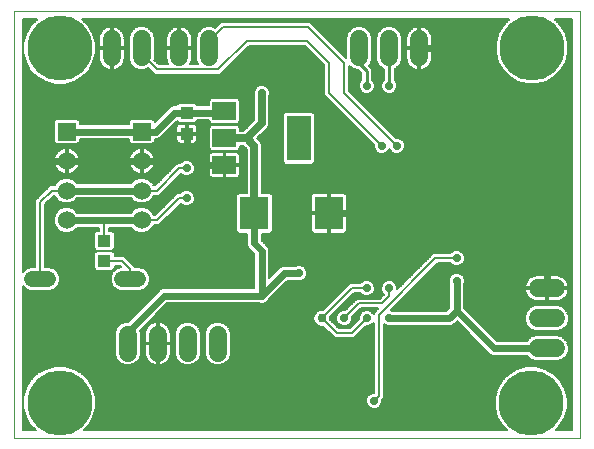
<source format=gbr>
G75*
%MOIN*%
%OFA0B0*%
%FSLAX25Y25*%
%IPPOS*%
%LPD*%
%AMOC8*
5,1,8,0,0,1.08239X$1,22.5*
%
%ADD10C,0.00000*%
%ADD11R,0.07900X0.05900*%
%ADD12R,0.07900X0.15000*%
%ADD13R,0.09449X0.11024*%
%ADD14R,0.04252X0.04134*%
%ADD15C,0.06000*%
%ADD16C,0.05200*%
%ADD17R,0.04331X0.03937*%
%ADD18R,0.06000X0.06000*%
%ADD19C,0.06000*%
%ADD20C,0.02781*%
%ADD21C,0.02400*%
%ADD22C,0.03937*%
%ADD23C,0.03543*%
%ADD24C,0.02000*%
%ADD25C,0.00600*%
%ADD26C,0.02978*%
%ADD27C,0.01000*%
%ADD28C,0.02500*%
%ADD29C,0.00800*%
%ADD30C,0.00787*%
%ADD31C,0.01600*%
%ADD32C,0.21654*%
D10*
X0018800Y0008800D02*
X0018800Y0151261D01*
X0207501Y0151261D01*
X0207501Y0008800D01*
X0018800Y0008800D01*
D11*
X0088900Y0099900D03*
X0088900Y0108900D03*
X0088900Y0117900D03*
D12*
X0113700Y0108800D03*
D13*
X0123702Y0083800D03*
X0098898Y0083800D03*
D14*
X0076300Y0110355D03*
X0076300Y0117245D03*
D15*
X0073800Y0135800D02*
X0073800Y0141800D01*
X0083800Y0141800D02*
X0083800Y0135800D01*
X0061300Y0135800D02*
X0061300Y0141800D01*
X0051300Y0141800D02*
X0051300Y0135800D01*
X0133800Y0135800D02*
X0133800Y0141800D01*
X0143800Y0141800D02*
X0143800Y0135800D01*
X0153800Y0135800D02*
X0153800Y0141800D01*
X0193300Y0058800D02*
X0199300Y0058800D01*
X0199300Y0048800D02*
X0193300Y0048800D01*
X0193300Y0038800D02*
X0199300Y0038800D01*
X0086635Y0037394D02*
X0086635Y0043394D01*
X0076635Y0043394D02*
X0076635Y0037394D01*
X0066635Y0037394D02*
X0066635Y0043394D01*
X0056635Y0043394D02*
X0056635Y0037394D01*
D16*
X0054881Y0061871D02*
X0060081Y0061871D01*
X0030081Y0061871D02*
X0024881Y0061871D01*
D17*
X0048800Y0067954D03*
X0048800Y0074646D03*
D18*
X0036300Y0111064D03*
X0061300Y0111064D03*
D19*
X0061300Y0101221D03*
X0061300Y0091379D03*
X0061300Y0081536D03*
X0036300Y0081536D03*
X0036300Y0091379D03*
X0036300Y0101221D03*
D20*
X0051300Y0126300D03*
X0081300Y0128800D03*
X0101300Y0123800D03*
X0136300Y0126300D03*
X0143800Y0126300D03*
X0141300Y0106300D03*
X0146300Y0106300D03*
X0133800Y0098800D03*
X0146300Y0093800D03*
X0166300Y0068800D03*
X0166300Y0061300D03*
X0143800Y0058800D03*
X0136300Y0058800D03*
X0123800Y0068800D03*
X0113800Y0063800D03*
X0101300Y0056300D03*
X0076300Y0066300D03*
X0076300Y0088800D03*
X0076300Y0098800D03*
X0128800Y0048800D03*
X0136300Y0048800D03*
X0143800Y0048800D03*
X0133800Y0033800D03*
X0138800Y0021300D03*
X0196300Y0068800D03*
D21*
X0196300Y0066300D02*
X0196300Y0058800D01*
X0196300Y0066300D02*
X0168800Y0093800D01*
X0146300Y0093800D01*
X0140050Y0093800D01*
X0130050Y0083800D01*
X0123702Y0083800D01*
X0146300Y0083800D02*
X0103800Y0040050D01*
X0101300Y0056300D02*
X0101300Y0071300D01*
X0098800Y0073800D01*
X0098800Y0083702D01*
X0098898Y0083800D01*
X0088900Y0099900D02*
X0082700Y0099900D01*
X0076300Y0106300D01*
X0071221Y0101221D01*
X0061300Y0101221D01*
X0036300Y0101221D01*
X0028879Y0101221D01*
X0026300Y0103800D01*
X0026300Y0116300D01*
X0028800Y0118800D01*
X0066300Y0118800D01*
X0076300Y0128800D01*
X0081300Y0128800D01*
X0111300Y0128800D01*
X0116300Y0123800D01*
X0146300Y0093800D01*
X0171300Y0118800D01*
X0171300Y0121300D01*
X0171300Y0128800D01*
X0161300Y0138800D01*
X0153800Y0138800D01*
X0088900Y0117900D02*
X0088245Y0117245D01*
X0076300Y0117245D01*
X0072245Y0117245D01*
X0066064Y0111064D01*
X0061300Y0111064D01*
X0036300Y0111064D01*
X0036300Y0091379D02*
X0061300Y0091379D01*
X0061300Y0081536D02*
X0048800Y0081536D01*
X0036300Y0081536D01*
X0068800Y0056300D02*
X0101300Y0056300D01*
X0108800Y0063800D01*
X0113800Y0063800D01*
X0143800Y0048800D02*
X0163800Y0048800D01*
X0166300Y0051300D01*
X0178800Y0038800D01*
X0196300Y0038800D01*
X0166300Y0051300D02*
X0166300Y0061300D01*
X0146300Y0083800D02*
X0146300Y0093800D01*
X0088900Y0099900D02*
X0086755Y0099900D01*
X0076300Y0106300D02*
X0076300Y0110355D01*
X0068800Y0056300D02*
X0056635Y0044135D01*
X0056635Y0040394D01*
D22*
X0116300Y0123800D03*
D23*
X0103800Y0040050D03*
D24*
X0128800Y0033800D01*
X0133800Y0033800D01*
X0133800Y0018800D01*
X0131300Y0016300D01*
D25*
X0136519Y0019776D02*
X0137276Y0019019D01*
X0138265Y0018609D01*
X0139335Y0018609D01*
X0140324Y0019019D01*
X0141081Y0019776D01*
X0141491Y0020765D01*
X0141491Y0021595D01*
X0141970Y0022075D01*
X0141970Y0046825D01*
X0142276Y0046519D01*
X0143265Y0046109D01*
X0144335Y0046109D01*
X0144795Y0046300D01*
X0164297Y0046300D01*
X0165216Y0046681D01*
X0165919Y0047384D01*
X0166300Y0047764D01*
X0176681Y0037384D01*
X0177384Y0036681D01*
X0178303Y0036300D01*
X0189719Y0036300D01*
X0190864Y0035155D01*
X0192445Y0034500D01*
X0200155Y0034500D01*
X0201736Y0035155D01*
X0202945Y0036364D01*
X0203600Y0037945D01*
X0203600Y0039655D01*
X0202945Y0041236D01*
X0201736Y0042445D01*
X0200155Y0043100D01*
X0192445Y0043100D01*
X0190864Y0042445D01*
X0189719Y0041300D01*
X0179836Y0041300D01*
X0168800Y0052336D01*
X0168800Y0060305D01*
X0168991Y0060765D01*
X0168991Y0061835D01*
X0168581Y0062824D01*
X0167824Y0063581D01*
X0166835Y0063991D01*
X0165765Y0063991D01*
X0164776Y0063581D01*
X0164019Y0062824D01*
X0163609Y0061835D01*
X0163609Y0060765D01*
X0163800Y0060305D01*
X0163800Y0052336D01*
X0162764Y0051300D01*
X0144795Y0051300D01*
X0144335Y0051491D01*
X0144299Y0051491D01*
X0159915Y0067106D01*
X0164189Y0067106D01*
X0164776Y0066519D01*
X0165765Y0066109D01*
X0166835Y0066109D01*
X0167824Y0066519D01*
X0168581Y0067276D01*
X0168991Y0068265D01*
X0168991Y0069335D01*
X0168581Y0070324D01*
X0167824Y0071081D01*
X0166835Y0071491D01*
X0165765Y0071491D01*
X0164776Y0071081D01*
X0164189Y0070494D01*
X0158512Y0070494D01*
X0146491Y0058472D01*
X0146491Y0059335D01*
X0146081Y0060324D01*
X0145324Y0061081D01*
X0144335Y0061491D01*
X0143265Y0061491D01*
X0142276Y0061081D01*
X0141519Y0060324D01*
X0141109Y0059335D01*
X0141109Y0058265D01*
X0141519Y0057276D01*
X0142016Y0056779D01*
X0140637Y0055400D01*
X0133137Y0055400D01*
X0132200Y0054463D01*
X0129228Y0051491D01*
X0128265Y0051491D01*
X0127276Y0051081D01*
X0126519Y0050324D01*
X0126109Y0049335D01*
X0126109Y0048265D01*
X0126519Y0047276D01*
X0127276Y0046519D01*
X0128265Y0046109D01*
X0129335Y0046109D01*
X0130324Y0046519D01*
X0131081Y0047276D01*
X0131491Y0048265D01*
X0131491Y0049228D01*
X0134463Y0052200D01*
X0140218Y0052200D01*
X0138583Y0050565D01*
X0138583Y0050320D01*
X0138581Y0050324D01*
X0137824Y0051081D01*
X0136835Y0051491D01*
X0135765Y0051491D01*
X0134776Y0051081D01*
X0134019Y0050324D01*
X0133609Y0049335D01*
X0133609Y0048505D01*
X0130598Y0045494D01*
X0127002Y0045494D01*
X0124089Y0048406D01*
X0124089Y0049194D01*
X0131995Y0057100D01*
X0134195Y0057100D01*
X0134776Y0056519D01*
X0135765Y0056109D01*
X0136835Y0056109D01*
X0137824Y0056519D01*
X0138581Y0057276D01*
X0138991Y0058265D01*
X0138991Y0059335D01*
X0138581Y0060324D01*
X0137824Y0061081D01*
X0136835Y0061491D01*
X0135765Y0061491D01*
X0134776Y0061081D01*
X0134195Y0060500D01*
X0130596Y0060500D01*
X0129600Y0059504D01*
X0129600Y0059495D01*
X0121694Y0051589D01*
X0120745Y0051589D01*
X0119720Y0051164D01*
X0118936Y0050380D01*
X0118511Y0049355D01*
X0118511Y0048245D01*
X0118936Y0047220D01*
X0119720Y0046436D01*
X0120745Y0046011D01*
X0121694Y0046011D01*
X0124606Y0043098D01*
X0125598Y0042106D01*
X0132002Y0042106D01*
X0136005Y0046109D01*
X0136835Y0046109D01*
X0137824Y0046519D01*
X0138581Y0047276D01*
X0138583Y0047280D01*
X0138583Y0023991D01*
X0138265Y0023991D01*
X0137276Y0023581D01*
X0136519Y0022824D01*
X0136109Y0021835D01*
X0136109Y0020765D01*
X0136519Y0019776D01*
X0136707Y0019588D02*
X0046065Y0019588D01*
X0046065Y0019133D02*
X0046065Y0022326D01*
X0045238Y0025410D01*
X0043642Y0028175D01*
X0041384Y0030433D01*
X0038619Y0032029D01*
X0035534Y0032856D01*
X0032341Y0032856D01*
X0029257Y0032029D01*
X0026492Y0030433D01*
X0024234Y0028175D01*
X0022637Y0025410D01*
X0021811Y0022326D01*
X0021811Y0019133D01*
X0022637Y0016048D01*
X0024234Y0013283D01*
X0025917Y0011600D01*
X0021600Y0011600D01*
X0021600Y0059637D01*
X0022672Y0058565D01*
X0024105Y0057971D01*
X0030857Y0057971D01*
X0032290Y0058565D01*
X0033387Y0059662D01*
X0033981Y0061095D01*
X0033981Y0062647D01*
X0033387Y0064080D01*
X0032290Y0065177D01*
X0030857Y0065771D01*
X0029175Y0065771D01*
X0029175Y0086780D01*
X0032080Y0089685D01*
X0032347Y0089685D01*
X0032655Y0088943D01*
X0033864Y0087733D01*
X0035445Y0087079D01*
X0037155Y0087079D01*
X0038736Y0087733D01*
X0039881Y0088879D01*
X0057719Y0088879D01*
X0058864Y0087733D01*
X0060445Y0087079D01*
X0062155Y0087079D01*
X0063736Y0087733D01*
X0064945Y0088943D01*
X0065253Y0089685D01*
X0067080Y0089685D01*
X0074345Y0096950D01*
X0074776Y0096519D01*
X0075765Y0096109D01*
X0076835Y0096109D01*
X0077824Y0096519D01*
X0078581Y0097276D01*
X0078991Y0098265D01*
X0078991Y0099335D01*
X0078581Y0100324D01*
X0077824Y0101081D01*
X0076835Y0101491D01*
X0075765Y0101491D01*
X0074776Y0101081D01*
X0074189Y0100494D01*
X0073098Y0100494D01*
X0072106Y0099502D01*
X0065677Y0093072D01*
X0065253Y0093072D01*
X0064945Y0093814D01*
X0063736Y0095024D01*
X0062155Y0095679D01*
X0060445Y0095679D01*
X0058864Y0095024D01*
X0057719Y0093879D01*
X0039881Y0093879D01*
X0038736Y0095024D01*
X0037155Y0095679D01*
X0035445Y0095679D01*
X0033864Y0095024D01*
X0032655Y0093814D01*
X0032347Y0093072D01*
X0030677Y0093072D01*
X0025787Y0088183D01*
X0025787Y0065771D01*
X0024105Y0065771D01*
X0022672Y0065177D01*
X0021600Y0064105D01*
X0021600Y0148461D01*
X0026449Y0148461D01*
X0024234Y0146246D01*
X0022637Y0143481D01*
X0021811Y0140397D01*
X0021811Y0137203D01*
X0022637Y0134119D01*
X0024234Y0131354D01*
X0026492Y0129096D01*
X0029257Y0127500D01*
X0032341Y0126673D01*
X0035534Y0126673D01*
X0038619Y0127500D01*
X0041384Y0129096D01*
X0043642Y0131354D01*
X0045238Y0134119D01*
X0046065Y0137203D01*
X0046065Y0140397D01*
X0045238Y0143481D01*
X0043642Y0146246D01*
X0041427Y0148461D01*
X0183840Y0148461D01*
X0181714Y0146335D01*
X0180118Y0143569D01*
X0179291Y0140485D01*
X0179291Y0137292D01*
X0180118Y0134208D01*
X0181714Y0131443D01*
X0183972Y0129185D01*
X0186737Y0127588D01*
X0189822Y0126762D01*
X0193015Y0126762D01*
X0196099Y0127588D01*
X0198864Y0129185D01*
X0201122Y0131443D01*
X0202718Y0134208D01*
X0203545Y0137292D01*
X0203545Y0140485D01*
X0202718Y0143569D01*
X0201122Y0146335D01*
X0198996Y0148461D01*
X0204701Y0148461D01*
X0204701Y0011600D01*
X0199281Y0011600D01*
X0200886Y0013204D01*
X0202482Y0015970D01*
X0203309Y0019054D01*
X0203309Y0022247D01*
X0202482Y0025331D01*
X0200886Y0028096D01*
X0198628Y0030354D01*
X0195863Y0031951D01*
X0192778Y0032777D01*
X0189585Y0032777D01*
X0186501Y0031951D01*
X0183736Y0030354D01*
X0181478Y0028096D01*
X0179882Y0025331D01*
X0179055Y0022247D01*
X0179055Y0019054D01*
X0179882Y0015970D01*
X0181478Y0013204D01*
X0183082Y0011600D01*
X0041958Y0011600D01*
X0043642Y0013283D01*
X0045238Y0016048D01*
X0046065Y0019133D01*
X0046026Y0018989D02*
X0137348Y0018989D01*
X0136349Y0020186D02*
X0046065Y0020186D01*
X0046065Y0020785D02*
X0136109Y0020785D01*
X0136109Y0021383D02*
X0046065Y0021383D01*
X0046065Y0021982D02*
X0136170Y0021982D01*
X0136418Y0022580D02*
X0045996Y0022580D01*
X0045836Y0023179D02*
X0136874Y0023179D01*
X0137750Y0023777D02*
X0045676Y0023777D01*
X0045515Y0024376D02*
X0138583Y0024376D01*
X0138583Y0024974D02*
X0045355Y0024974D01*
X0045144Y0025573D02*
X0138583Y0025573D01*
X0138583Y0026171D02*
X0044799Y0026171D01*
X0044453Y0026770D02*
X0138583Y0026770D01*
X0138583Y0027368D02*
X0044107Y0027368D01*
X0043762Y0027967D02*
X0138583Y0027967D01*
X0138583Y0028565D02*
X0043251Y0028565D01*
X0042653Y0029164D02*
X0138583Y0029164D01*
X0138583Y0029762D02*
X0042054Y0029762D01*
X0041456Y0030361D02*
X0138583Y0030361D01*
X0138583Y0030959D02*
X0040472Y0030959D01*
X0039435Y0031558D02*
X0138583Y0031558D01*
X0138583Y0032156D02*
X0038145Y0032156D01*
X0035911Y0032755D02*
X0138583Y0032755D01*
X0138583Y0033353D02*
X0088115Y0033353D01*
X0087490Y0033094D02*
X0085779Y0033094D01*
X0084199Y0033749D01*
X0082989Y0034959D01*
X0082335Y0036539D01*
X0082335Y0044250D01*
X0082989Y0045830D01*
X0084199Y0047040D01*
X0085779Y0047694D01*
X0087490Y0047694D01*
X0089070Y0047040D01*
X0090280Y0045830D01*
X0090935Y0044250D01*
X0090935Y0036539D01*
X0090280Y0034959D01*
X0089070Y0033749D01*
X0087490Y0033094D01*
X0089273Y0033952D02*
X0138583Y0033952D01*
X0138583Y0034550D02*
X0089872Y0034550D01*
X0090359Y0035149D02*
X0138583Y0035149D01*
X0138583Y0035747D02*
X0090607Y0035747D01*
X0090855Y0036346D02*
X0138583Y0036346D01*
X0138583Y0036944D02*
X0090935Y0036944D01*
X0090935Y0037543D02*
X0138583Y0037543D01*
X0138583Y0038141D02*
X0090935Y0038141D01*
X0090935Y0038740D02*
X0138583Y0038740D01*
X0138583Y0039339D02*
X0090935Y0039339D01*
X0090935Y0039937D02*
X0138583Y0039937D01*
X0138583Y0040536D02*
X0090935Y0040536D01*
X0090935Y0041134D02*
X0138583Y0041134D01*
X0138583Y0041733D02*
X0090935Y0041733D01*
X0090935Y0042331D02*
X0125374Y0042331D01*
X0124775Y0042930D02*
X0090935Y0042930D01*
X0090935Y0043528D02*
X0124177Y0043528D01*
X0124606Y0043098D02*
X0124606Y0043098D01*
X0123578Y0044127D02*
X0090935Y0044127D01*
X0090738Y0044725D02*
X0122980Y0044725D01*
X0122381Y0045324D02*
X0090490Y0045324D01*
X0090188Y0045922D02*
X0121783Y0045922D01*
X0119635Y0046521D02*
X0089590Y0046521D01*
X0088879Y0047119D02*
X0119037Y0047119D01*
X0118730Y0047718D02*
X0063753Y0047718D01*
X0064352Y0048316D02*
X0118511Y0048316D01*
X0118511Y0048915D02*
X0064950Y0048915D01*
X0065549Y0049513D02*
X0118577Y0049513D01*
X0118825Y0050112D02*
X0066147Y0050112D01*
X0066746Y0050710D02*
X0119266Y0050710D01*
X0120069Y0051309D02*
X0067344Y0051309D01*
X0067943Y0051907D02*
X0122012Y0051907D01*
X0122611Y0052506D02*
X0068541Y0052506D01*
X0069140Y0053104D02*
X0123209Y0053104D01*
X0123808Y0053703D02*
X0102061Y0053703D01*
X0101835Y0053609D02*
X0102824Y0054019D01*
X0103581Y0054776D01*
X0103771Y0055236D01*
X0109836Y0061300D01*
X0112805Y0061300D01*
X0113265Y0061109D01*
X0114335Y0061109D01*
X0115324Y0061519D01*
X0116081Y0062276D01*
X0116491Y0063265D01*
X0116491Y0064335D01*
X0116081Y0065324D01*
X0115324Y0066081D01*
X0114335Y0066491D01*
X0113265Y0066491D01*
X0112805Y0066300D01*
X0108303Y0066300D01*
X0107384Y0065919D01*
X0103800Y0062336D01*
X0103800Y0071797D01*
X0103419Y0072716D01*
X0101300Y0074836D01*
X0101300Y0076988D01*
X0104161Y0076988D01*
X0104923Y0077750D01*
X0104923Y0089850D01*
X0104161Y0090612D01*
X0101448Y0090612D01*
X0101448Y0106709D01*
X0101060Y0107646D01*
X0099906Y0108800D01*
X0102744Y0111638D01*
X0103462Y0112356D01*
X0103850Y0113293D01*
X0103850Y0122925D01*
X0103991Y0123265D01*
X0103991Y0124335D01*
X0103581Y0125324D01*
X0102824Y0126081D01*
X0101835Y0126491D01*
X0100765Y0126491D01*
X0099776Y0126081D01*
X0099019Y0125324D01*
X0098609Y0124335D01*
X0098609Y0123265D01*
X0098750Y0122925D01*
X0098750Y0114856D01*
X0095244Y0111350D01*
X0094150Y0111350D01*
X0094150Y0112388D01*
X0093388Y0113150D01*
X0084412Y0113150D01*
X0083650Y0112388D01*
X0083650Y0105412D01*
X0084412Y0104650D01*
X0093388Y0104650D01*
X0094150Y0105412D01*
X0094150Y0106250D01*
X0095244Y0106250D01*
X0096348Y0105145D01*
X0096348Y0090612D01*
X0093636Y0090612D01*
X0092874Y0089850D01*
X0092874Y0077750D01*
X0093636Y0076988D01*
X0096300Y0076988D01*
X0096300Y0073303D01*
X0096681Y0072384D01*
X0097384Y0071681D01*
X0098800Y0070264D01*
X0098800Y0058800D01*
X0068303Y0058800D01*
X0067384Y0058419D01*
X0066681Y0057716D01*
X0056659Y0047694D01*
X0055779Y0047694D01*
X0054199Y0047040D01*
X0052989Y0045830D01*
X0052335Y0044250D01*
X0052335Y0036539D01*
X0052989Y0034959D01*
X0054199Y0033749D01*
X0055779Y0033094D01*
X0057490Y0033094D01*
X0059070Y0033749D01*
X0060280Y0034959D01*
X0060935Y0036539D01*
X0060935Y0044250D01*
X0060744Y0044709D01*
X0069836Y0053800D01*
X0100305Y0053800D01*
X0100765Y0053609D01*
X0101835Y0053609D01*
X0100539Y0053703D02*
X0069738Y0053703D01*
X0065660Y0056695D02*
X0021600Y0056695D01*
X0021600Y0056097D02*
X0065061Y0056097D01*
X0064463Y0055498D02*
X0021600Y0055498D01*
X0021600Y0054900D02*
X0063864Y0054900D01*
X0063266Y0054301D02*
X0021600Y0054301D01*
X0021600Y0053703D02*
X0062667Y0053703D01*
X0062069Y0053104D02*
X0021600Y0053104D01*
X0021600Y0052506D02*
X0061470Y0052506D01*
X0060872Y0051907D02*
X0021600Y0051907D01*
X0021600Y0051309D02*
X0060273Y0051309D01*
X0059675Y0050710D02*
X0021600Y0050710D01*
X0021600Y0050112D02*
X0059076Y0050112D01*
X0058478Y0049513D02*
X0021600Y0049513D01*
X0021600Y0048915D02*
X0057879Y0048915D01*
X0057281Y0048316D02*
X0021600Y0048316D01*
X0021600Y0047718D02*
X0056682Y0047718D01*
X0054390Y0047119D02*
X0021600Y0047119D01*
X0021600Y0046521D02*
X0053680Y0046521D01*
X0053081Y0045922D02*
X0021600Y0045922D01*
X0021600Y0045324D02*
X0052779Y0045324D01*
X0052532Y0044725D02*
X0021600Y0044725D01*
X0021600Y0044127D02*
X0052335Y0044127D01*
X0052335Y0043528D02*
X0021600Y0043528D01*
X0021600Y0042930D02*
X0052335Y0042930D01*
X0052335Y0042331D02*
X0021600Y0042331D01*
X0021600Y0041733D02*
X0052335Y0041733D01*
X0052335Y0041134D02*
X0021600Y0041134D01*
X0021600Y0040536D02*
X0052335Y0040536D01*
X0052335Y0039937D02*
X0021600Y0039937D01*
X0021600Y0039339D02*
X0052335Y0039339D01*
X0052335Y0038740D02*
X0021600Y0038740D01*
X0021600Y0038141D02*
X0052335Y0038141D01*
X0052335Y0037543D02*
X0021600Y0037543D01*
X0021600Y0036944D02*
X0052335Y0036944D01*
X0052415Y0036346D02*
X0021600Y0036346D01*
X0021600Y0035747D02*
X0052663Y0035747D01*
X0052910Y0035149D02*
X0021600Y0035149D01*
X0021600Y0034550D02*
X0053398Y0034550D01*
X0053996Y0033952D02*
X0021600Y0033952D01*
X0021600Y0033353D02*
X0055154Y0033353D01*
X0058115Y0033353D02*
X0065157Y0033353D01*
X0064984Y0033410D02*
X0065628Y0033200D01*
X0066296Y0033094D01*
X0066335Y0033094D01*
X0066335Y0040094D01*
X0066935Y0040094D01*
X0066935Y0033094D01*
X0066973Y0033094D01*
X0067642Y0033200D01*
X0068285Y0033410D01*
X0068888Y0033717D01*
X0069436Y0034115D01*
X0069914Y0034593D01*
X0070312Y0035141D01*
X0070620Y0035744D01*
X0070829Y0036388D01*
X0070935Y0037056D01*
X0070935Y0040094D01*
X0066935Y0040094D01*
X0066935Y0040694D01*
X0070935Y0040694D01*
X0070935Y0043733D01*
X0070829Y0044401D01*
X0070620Y0045045D01*
X0070312Y0045648D01*
X0069914Y0046196D01*
X0069436Y0046674D01*
X0068888Y0047072D01*
X0068285Y0047379D01*
X0067642Y0047589D01*
X0066973Y0047694D01*
X0066935Y0047694D01*
X0066935Y0040695D01*
X0066335Y0040695D01*
X0066335Y0047694D01*
X0066296Y0047694D01*
X0065628Y0047589D01*
X0064984Y0047379D01*
X0064381Y0047072D01*
X0063833Y0046674D01*
X0063355Y0046196D01*
X0062957Y0045648D01*
X0062650Y0045045D01*
X0062441Y0044401D01*
X0062335Y0043733D01*
X0062335Y0040694D01*
X0066335Y0040694D01*
X0066335Y0040094D01*
X0062335Y0040094D01*
X0062335Y0037056D01*
X0062441Y0036388D01*
X0062650Y0035744D01*
X0062957Y0035141D01*
X0063355Y0034593D01*
X0063833Y0034115D01*
X0064381Y0033717D01*
X0064984Y0033410D01*
X0064057Y0033952D02*
X0059273Y0033952D01*
X0059872Y0034550D02*
X0063398Y0034550D01*
X0062953Y0035149D02*
X0060359Y0035149D01*
X0060607Y0035747D02*
X0062649Y0035747D01*
X0062454Y0036346D02*
X0060855Y0036346D01*
X0060935Y0036944D02*
X0062352Y0036944D01*
X0062335Y0037543D02*
X0060935Y0037543D01*
X0060935Y0038141D02*
X0062335Y0038141D01*
X0062335Y0038740D02*
X0060935Y0038740D01*
X0060935Y0039339D02*
X0062335Y0039339D01*
X0062335Y0039937D02*
X0060935Y0039937D01*
X0060935Y0040536D02*
X0066335Y0040536D01*
X0066335Y0041134D02*
X0066935Y0041134D01*
X0066935Y0040536D02*
X0072335Y0040536D01*
X0072335Y0041134D02*
X0070935Y0041134D01*
X0070935Y0041733D02*
X0072335Y0041733D01*
X0072335Y0042331D02*
X0070935Y0042331D01*
X0070935Y0042930D02*
X0072335Y0042930D01*
X0072335Y0043528D02*
X0070935Y0043528D01*
X0070872Y0044127D02*
X0072335Y0044127D01*
X0072335Y0044250D02*
X0072335Y0036539D01*
X0072989Y0034959D01*
X0074199Y0033749D01*
X0075779Y0033094D01*
X0077490Y0033094D01*
X0079070Y0033749D01*
X0080280Y0034959D01*
X0080935Y0036539D01*
X0080935Y0044250D01*
X0080280Y0045830D01*
X0079070Y0047040D01*
X0077490Y0047694D01*
X0075779Y0047694D01*
X0074199Y0047040D01*
X0072989Y0045830D01*
X0072335Y0044250D01*
X0072532Y0044725D02*
X0070724Y0044725D01*
X0070478Y0045324D02*
X0072779Y0045324D01*
X0073081Y0045922D02*
X0070113Y0045922D01*
X0069590Y0046521D02*
X0073680Y0046521D01*
X0074390Y0047119D02*
X0068796Y0047119D01*
X0066935Y0047119D02*
X0066335Y0047119D01*
X0066335Y0046521D02*
X0066935Y0046521D01*
X0066935Y0045922D02*
X0066335Y0045922D01*
X0066335Y0045324D02*
X0066935Y0045324D01*
X0066935Y0044725D02*
X0066335Y0044725D01*
X0066335Y0044127D02*
X0066935Y0044127D01*
X0066935Y0043528D02*
X0066335Y0043528D01*
X0066335Y0042930D02*
X0066935Y0042930D01*
X0066935Y0042331D02*
X0066335Y0042331D01*
X0066335Y0041733D02*
X0066935Y0041733D01*
X0066935Y0039937D02*
X0066335Y0039937D01*
X0066335Y0039339D02*
X0066935Y0039339D01*
X0066935Y0038740D02*
X0066335Y0038740D01*
X0066335Y0038141D02*
X0066935Y0038141D01*
X0066935Y0037543D02*
X0066335Y0037543D01*
X0066335Y0036944D02*
X0066935Y0036944D01*
X0066935Y0036346D02*
X0066335Y0036346D01*
X0066335Y0035747D02*
X0066935Y0035747D01*
X0066935Y0035149D02*
X0066335Y0035149D01*
X0066335Y0034550D02*
X0066935Y0034550D01*
X0066935Y0033952D02*
X0066335Y0033952D01*
X0066335Y0033353D02*
X0066935Y0033353D01*
X0068113Y0033353D02*
X0075154Y0033353D01*
X0073996Y0033952D02*
X0069212Y0033952D01*
X0069872Y0034550D02*
X0073398Y0034550D01*
X0072910Y0035149D02*
X0070316Y0035149D01*
X0070621Y0035747D02*
X0072663Y0035747D01*
X0072415Y0036346D02*
X0070815Y0036346D01*
X0070917Y0036944D02*
X0072335Y0036944D01*
X0072335Y0037543D02*
X0070935Y0037543D01*
X0070935Y0038141D02*
X0072335Y0038141D01*
X0072335Y0038740D02*
X0070935Y0038740D01*
X0070935Y0039339D02*
X0072335Y0039339D01*
X0072335Y0039937D02*
X0070935Y0039937D01*
X0062335Y0041134D02*
X0060935Y0041134D01*
X0060935Y0041733D02*
X0062335Y0041733D01*
X0062335Y0042331D02*
X0060935Y0042331D01*
X0060935Y0042930D02*
X0062335Y0042930D01*
X0062335Y0043528D02*
X0060935Y0043528D01*
X0060935Y0044127D02*
X0062397Y0044127D01*
X0062546Y0044725D02*
X0060761Y0044725D01*
X0061359Y0045324D02*
X0062792Y0045324D01*
X0063156Y0045922D02*
X0061958Y0045922D01*
X0062556Y0046521D02*
X0063680Y0046521D01*
X0063155Y0047119D02*
X0064473Y0047119D01*
X0078879Y0047119D02*
X0084390Y0047119D01*
X0083680Y0046521D02*
X0079590Y0046521D01*
X0080188Y0045922D02*
X0083081Y0045922D01*
X0082779Y0045324D02*
X0080490Y0045324D01*
X0080738Y0044725D02*
X0082532Y0044725D01*
X0082335Y0044127D02*
X0080935Y0044127D01*
X0080935Y0043528D02*
X0082335Y0043528D01*
X0082335Y0042930D02*
X0080935Y0042930D01*
X0080935Y0042331D02*
X0082335Y0042331D01*
X0082335Y0041733D02*
X0080935Y0041733D01*
X0080935Y0041134D02*
X0082335Y0041134D01*
X0082335Y0040536D02*
X0080935Y0040536D01*
X0080935Y0039937D02*
X0082335Y0039937D01*
X0082335Y0039339D02*
X0080935Y0039339D01*
X0080935Y0038740D02*
X0082335Y0038740D01*
X0082335Y0038141D02*
X0080935Y0038141D01*
X0080935Y0037543D02*
X0082335Y0037543D01*
X0082335Y0036944D02*
X0080935Y0036944D01*
X0080855Y0036346D02*
X0082415Y0036346D01*
X0082663Y0035747D02*
X0080607Y0035747D01*
X0080359Y0035149D02*
X0082910Y0035149D01*
X0083398Y0034550D02*
X0079872Y0034550D01*
X0079273Y0033952D02*
X0083996Y0033952D01*
X0085154Y0033353D02*
X0078115Y0033353D01*
X0103106Y0054301D02*
X0124406Y0054301D01*
X0125005Y0054900D02*
X0103632Y0054900D01*
X0104034Y0055498D02*
X0125603Y0055498D01*
X0126202Y0056097D02*
X0104632Y0056097D01*
X0105231Y0056695D02*
X0126800Y0056695D01*
X0127399Y0057294D02*
X0105829Y0057294D01*
X0106428Y0057892D02*
X0127997Y0057892D01*
X0128596Y0058491D02*
X0107026Y0058491D01*
X0107625Y0059089D02*
X0129194Y0059089D01*
X0129784Y0059688D02*
X0108223Y0059688D01*
X0108822Y0060286D02*
X0130382Y0060286D01*
X0134580Y0060885D02*
X0109420Y0060885D01*
X0105940Y0064476D02*
X0103800Y0064476D01*
X0103800Y0065074D02*
X0106539Y0065074D01*
X0107137Y0065673D02*
X0103800Y0065673D01*
X0103800Y0066272D02*
X0108234Y0066272D01*
X0105342Y0063877D02*
X0103800Y0063877D01*
X0103800Y0063279D02*
X0104743Y0063279D01*
X0104145Y0062680D02*
X0103800Y0062680D01*
X0098800Y0062680D02*
X0063967Y0062680D01*
X0063981Y0062647D02*
X0063387Y0064080D01*
X0062290Y0065177D01*
X0060857Y0065771D01*
X0059175Y0065771D01*
X0059175Y0065820D01*
X0055348Y0069647D01*
X0052265Y0069647D01*
X0052265Y0070461D01*
X0098603Y0070461D01*
X0098800Y0069863D02*
X0052265Y0069863D01*
X0052265Y0070461D02*
X0051504Y0071222D01*
X0046096Y0071222D01*
X0045335Y0070461D01*
X0029175Y0070461D01*
X0029175Y0069863D02*
X0045335Y0069863D01*
X0045335Y0070461D02*
X0045335Y0065447D01*
X0046096Y0064685D01*
X0051504Y0064685D01*
X0052265Y0065447D01*
X0052265Y0066260D01*
X0053945Y0066260D01*
X0054434Y0065771D01*
X0054105Y0065771D01*
X0052672Y0065177D01*
X0051575Y0064080D01*
X0050981Y0062647D01*
X0050981Y0061095D01*
X0051575Y0059662D01*
X0052672Y0058565D01*
X0054105Y0057971D01*
X0060857Y0057971D01*
X0062290Y0058565D01*
X0063387Y0059662D01*
X0063981Y0061095D01*
X0063981Y0062647D01*
X0063981Y0062082D02*
X0098800Y0062082D01*
X0098800Y0061483D02*
X0063981Y0061483D01*
X0063894Y0060885D02*
X0098800Y0060885D01*
X0098800Y0060286D02*
X0063646Y0060286D01*
X0063398Y0059688D02*
X0098800Y0059688D01*
X0098800Y0059089D02*
X0062815Y0059089D01*
X0062112Y0058491D02*
X0067556Y0058491D01*
X0066857Y0057892D02*
X0021600Y0057892D01*
X0021600Y0057294D02*
X0066258Y0057294D01*
X0063719Y0063279D02*
X0098800Y0063279D01*
X0098800Y0063877D02*
X0063471Y0063877D01*
X0062991Y0064476D02*
X0098800Y0064476D01*
X0098800Y0065074D02*
X0062393Y0065074D01*
X0061093Y0065673D02*
X0098800Y0065673D01*
X0098800Y0066272D02*
X0058724Y0066272D01*
X0058125Y0066870D02*
X0098800Y0066870D01*
X0098800Y0067469D02*
X0057527Y0067469D01*
X0056928Y0068067D02*
X0098800Y0068067D01*
X0098800Y0068666D02*
X0056330Y0068666D01*
X0055731Y0069264D02*
X0098800Y0069264D01*
X0098005Y0071060D02*
X0051666Y0071060D01*
X0051504Y0071378D02*
X0052265Y0072139D01*
X0052265Y0077153D01*
X0051504Y0077915D01*
X0050494Y0077915D01*
X0050494Y0079036D01*
X0057719Y0079036D01*
X0058864Y0077891D01*
X0060445Y0077236D01*
X0062155Y0077236D01*
X0063736Y0077891D01*
X0064945Y0079100D01*
X0065253Y0079843D01*
X0067238Y0079843D01*
X0074345Y0086950D01*
X0074776Y0086519D01*
X0075765Y0086109D01*
X0076835Y0086109D01*
X0077824Y0086519D01*
X0078581Y0087276D01*
X0078991Y0088265D01*
X0078991Y0089335D01*
X0078581Y0090324D01*
X0077824Y0091081D01*
X0076835Y0091491D01*
X0075765Y0091491D01*
X0074776Y0091081D01*
X0074189Y0090494D01*
X0073098Y0090494D01*
X0072106Y0089502D01*
X0065835Y0083230D01*
X0065253Y0083230D01*
X0064945Y0083972D01*
X0063736Y0085182D01*
X0062155Y0085836D01*
X0060445Y0085836D01*
X0058864Y0085182D01*
X0057719Y0084036D01*
X0039881Y0084036D01*
X0038736Y0085182D01*
X0037155Y0085836D01*
X0035445Y0085836D01*
X0033864Y0085182D01*
X0032655Y0083972D01*
X0032000Y0082392D01*
X0032000Y0080681D01*
X0032655Y0079100D01*
X0033864Y0077891D01*
X0035445Y0077236D01*
X0037155Y0077236D01*
X0038736Y0077891D01*
X0039881Y0079036D01*
X0047106Y0079036D01*
X0047106Y0077915D01*
X0046096Y0077915D01*
X0045335Y0077153D01*
X0045335Y0072139D01*
X0046096Y0071378D01*
X0051504Y0071378D01*
X0051784Y0071658D02*
X0097406Y0071658D01*
X0096808Y0072257D02*
X0052265Y0072257D01*
X0052265Y0072855D02*
X0096485Y0072855D01*
X0096300Y0073454D02*
X0052265Y0073454D01*
X0052265Y0074052D02*
X0096300Y0074052D01*
X0096300Y0074651D02*
X0052265Y0074651D01*
X0052265Y0075249D02*
X0096300Y0075249D01*
X0096300Y0075848D02*
X0052265Y0075848D01*
X0052265Y0076446D02*
X0096300Y0076446D01*
X0093579Y0077045D02*
X0052265Y0077045D01*
X0051776Y0077643D02*
X0059462Y0077643D01*
X0058513Y0078242D02*
X0050494Y0078242D01*
X0050494Y0078840D02*
X0057915Y0078840D01*
X0063138Y0077643D02*
X0092980Y0077643D01*
X0092874Y0078242D02*
X0064087Y0078242D01*
X0064685Y0078840D02*
X0092874Y0078840D01*
X0092874Y0079439D02*
X0065085Y0079439D01*
X0067433Y0080037D02*
X0092874Y0080037D01*
X0092874Y0080636D02*
X0068031Y0080636D01*
X0068630Y0081234D02*
X0092874Y0081234D01*
X0092874Y0081833D02*
X0069228Y0081833D01*
X0069827Y0082431D02*
X0092874Y0082431D01*
X0092874Y0083030D02*
X0070425Y0083030D01*
X0071024Y0083628D02*
X0092874Y0083628D01*
X0092874Y0084227D02*
X0071622Y0084227D01*
X0072221Y0084825D02*
X0092874Y0084825D01*
X0092874Y0085424D02*
X0072819Y0085424D01*
X0073418Y0086022D02*
X0092874Y0086022D01*
X0092874Y0086621D02*
X0077926Y0086621D01*
X0078524Y0087219D02*
X0092874Y0087219D01*
X0092874Y0087818D02*
X0078805Y0087818D01*
X0078991Y0088416D02*
X0092874Y0088416D01*
X0092874Y0089015D02*
X0078991Y0089015D01*
X0078875Y0089613D02*
X0092874Y0089613D01*
X0093236Y0090212D02*
X0078627Y0090212D01*
X0078095Y0090810D02*
X0096348Y0090810D01*
X0096348Y0091409D02*
X0077032Y0091409D01*
X0075568Y0091409D02*
X0068804Y0091409D01*
X0068206Y0090810D02*
X0074505Y0090810D01*
X0072817Y0090212D02*
X0067607Y0090212D01*
X0065223Y0089613D02*
X0072218Y0089613D01*
X0071620Y0089015D02*
X0064975Y0089015D01*
X0064419Y0088416D02*
X0071021Y0088416D01*
X0070423Y0087818D02*
X0063820Y0087818D01*
X0062495Y0087219D02*
X0069824Y0087219D01*
X0069226Y0086621D02*
X0029175Y0086621D01*
X0029175Y0086022D02*
X0068627Y0086022D01*
X0068029Y0085424D02*
X0063151Y0085424D01*
X0064092Y0084825D02*
X0067430Y0084825D01*
X0066832Y0084227D02*
X0064690Y0084227D01*
X0065088Y0083628D02*
X0066233Y0083628D01*
X0059449Y0085424D02*
X0038151Y0085424D01*
X0039092Y0084825D02*
X0058508Y0084825D01*
X0057910Y0084227D02*
X0039690Y0084227D01*
X0038820Y0087818D02*
X0058780Y0087818D01*
X0058181Y0088416D02*
X0039419Y0088416D01*
X0037495Y0087219D02*
X0060105Y0087219D01*
X0058242Y0094402D02*
X0039358Y0094402D01*
X0038760Y0095000D02*
X0058840Y0095000D01*
X0060251Y0095599D02*
X0037349Y0095599D01*
X0037307Y0097027D02*
X0037951Y0097236D01*
X0038554Y0097544D01*
X0039101Y0097941D01*
X0039580Y0098420D01*
X0039978Y0098968D01*
X0040285Y0099571D01*
X0040494Y0100214D01*
X0040600Y0100883D01*
X0040600Y0100921D01*
X0036600Y0100921D01*
X0036600Y0096921D01*
X0036638Y0096921D01*
X0037307Y0097027D01*
X0036600Y0097394D02*
X0036000Y0097394D01*
X0036000Y0096921D02*
X0036000Y0100921D01*
X0036600Y0100921D01*
X0036600Y0101521D01*
X0040600Y0101521D01*
X0040600Y0101560D01*
X0040494Y0102228D01*
X0040285Y0102872D01*
X0039978Y0103475D01*
X0039580Y0104023D01*
X0039101Y0104501D01*
X0038554Y0104899D01*
X0037951Y0105206D01*
X0037307Y0105415D01*
X0036638Y0105521D01*
X0036600Y0105521D01*
X0036600Y0101521D01*
X0036000Y0101521D01*
X0036000Y0100921D01*
X0032000Y0100921D01*
X0032000Y0100883D01*
X0032106Y0100214D01*
X0032315Y0099571D01*
X0032622Y0098968D01*
X0033020Y0098420D01*
X0033499Y0097941D01*
X0034046Y0097544D01*
X0034649Y0097236D01*
X0035293Y0097027D01*
X0035962Y0096921D01*
X0036000Y0096921D01*
X0036000Y0097993D02*
X0036600Y0097993D01*
X0036600Y0098591D02*
X0036000Y0098591D01*
X0036000Y0099190D02*
X0036600Y0099190D01*
X0036600Y0099788D02*
X0036000Y0099788D01*
X0036000Y0100387D02*
X0036600Y0100387D01*
X0036600Y0100985D02*
X0061000Y0100985D01*
X0061000Y0100921D02*
X0057000Y0100921D01*
X0057000Y0100883D01*
X0057106Y0100214D01*
X0057315Y0099571D01*
X0057622Y0098968D01*
X0058020Y0098420D01*
X0058499Y0097941D01*
X0059046Y0097544D01*
X0059649Y0097236D01*
X0060293Y0097027D01*
X0060962Y0096921D01*
X0061000Y0096921D01*
X0061000Y0100921D01*
X0061600Y0100921D01*
X0061600Y0096921D01*
X0061638Y0096921D01*
X0062307Y0097027D01*
X0062951Y0097236D01*
X0063554Y0097544D01*
X0064101Y0097941D01*
X0064580Y0098420D01*
X0064978Y0098968D01*
X0065285Y0099571D01*
X0065494Y0100214D01*
X0065600Y0100883D01*
X0065600Y0100921D01*
X0061600Y0100921D01*
X0061600Y0101521D01*
X0065600Y0101521D01*
X0065600Y0101560D01*
X0065494Y0102228D01*
X0065285Y0102872D01*
X0064978Y0103475D01*
X0064580Y0104023D01*
X0064101Y0104501D01*
X0063554Y0104899D01*
X0062951Y0105206D01*
X0062307Y0105415D01*
X0061638Y0105521D01*
X0061600Y0105521D01*
X0061600Y0101521D01*
X0061000Y0101521D01*
X0061000Y0100921D01*
X0061000Y0100387D02*
X0061600Y0100387D01*
X0061600Y0100985D02*
X0074680Y0100985D01*
X0072991Y0100387D02*
X0065521Y0100387D01*
X0065356Y0099788D02*
X0072393Y0099788D01*
X0071794Y0099190D02*
X0065091Y0099190D01*
X0064704Y0098591D02*
X0071196Y0098591D01*
X0070597Y0097993D02*
X0064152Y0097993D01*
X0063260Y0097394D02*
X0069999Y0097394D01*
X0069400Y0096796D02*
X0021600Y0096796D01*
X0021600Y0097394D02*
X0034340Y0097394D01*
X0033448Y0097993D02*
X0021600Y0097993D01*
X0021600Y0098591D02*
X0032896Y0098591D01*
X0032509Y0099190D02*
X0021600Y0099190D01*
X0021600Y0099788D02*
X0032244Y0099788D01*
X0032079Y0100387D02*
X0021600Y0100387D01*
X0021600Y0100985D02*
X0036000Y0100985D01*
X0036000Y0101521D02*
X0032000Y0101521D01*
X0032000Y0101560D01*
X0032106Y0102228D01*
X0032315Y0102872D01*
X0032622Y0103475D01*
X0033020Y0104023D01*
X0033499Y0104501D01*
X0034046Y0104899D01*
X0034649Y0105206D01*
X0035293Y0105415D01*
X0035962Y0105521D01*
X0036000Y0105521D01*
X0036000Y0101521D01*
X0036000Y0101584D02*
X0036600Y0101584D01*
X0036600Y0102182D02*
X0036000Y0102182D01*
X0036000Y0102781D02*
X0036600Y0102781D01*
X0036600Y0103379D02*
X0036000Y0103379D01*
X0036000Y0103978D02*
X0036600Y0103978D01*
X0036600Y0104576D02*
X0036000Y0104576D01*
X0036000Y0105175D02*
X0036600Y0105175D01*
X0038012Y0105175D02*
X0059588Y0105175D01*
X0059649Y0105206D02*
X0059046Y0104899D01*
X0058499Y0104501D01*
X0058020Y0104023D01*
X0057622Y0103475D01*
X0057315Y0102872D01*
X0057106Y0102228D01*
X0057000Y0101560D01*
X0057000Y0101521D01*
X0061000Y0101521D01*
X0061000Y0105521D01*
X0060962Y0105521D01*
X0060293Y0105415D01*
X0059649Y0105206D01*
X0058602Y0104576D02*
X0038998Y0104576D01*
X0039612Y0103978D02*
X0057988Y0103978D01*
X0057574Y0103379D02*
X0040026Y0103379D01*
X0040315Y0102781D02*
X0057285Y0102781D01*
X0057099Y0102182D02*
X0040501Y0102182D01*
X0040596Y0101584D02*
X0057004Y0101584D01*
X0057079Y0100387D02*
X0040521Y0100387D01*
X0040356Y0099788D02*
X0057244Y0099788D01*
X0057509Y0099190D02*
X0040091Y0099190D01*
X0039704Y0098591D02*
X0057896Y0098591D01*
X0058448Y0097993D02*
X0039152Y0097993D01*
X0038260Y0097394D02*
X0059340Y0097394D01*
X0061000Y0097394D02*
X0061600Y0097394D01*
X0061600Y0097993D02*
X0061000Y0097993D01*
X0061000Y0098591D02*
X0061600Y0098591D01*
X0061600Y0099190D02*
X0061000Y0099190D01*
X0061000Y0099788D02*
X0061600Y0099788D01*
X0061600Y0101584D02*
X0061000Y0101584D01*
X0061000Y0102182D02*
X0061600Y0102182D01*
X0061600Y0102781D02*
X0061000Y0102781D01*
X0061000Y0103379D02*
X0061600Y0103379D01*
X0061600Y0103978D02*
X0061000Y0103978D01*
X0061000Y0104576D02*
X0061600Y0104576D01*
X0061600Y0105175D02*
X0061000Y0105175D01*
X0063012Y0105175D02*
X0083887Y0105175D01*
X0083650Y0105773D02*
X0021600Y0105773D01*
X0021600Y0105175D02*
X0034588Y0105175D01*
X0033602Y0104576D02*
X0021600Y0104576D01*
X0021600Y0103978D02*
X0032988Y0103978D01*
X0032574Y0103379D02*
X0021600Y0103379D01*
X0021600Y0102781D02*
X0032285Y0102781D01*
X0032099Y0102182D02*
X0021600Y0102182D01*
X0021600Y0101584D02*
X0032004Y0101584D01*
X0032762Y0106764D02*
X0039838Y0106764D01*
X0040600Y0107525D01*
X0040600Y0108564D01*
X0057000Y0108564D01*
X0057000Y0107525D01*
X0057762Y0106764D01*
X0064838Y0106764D01*
X0065600Y0107525D01*
X0065600Y0108564D01*
X0066561Y0108564D01*
X0067480Y0108944D01*
X0073025Y0114489D01*
X0073636Y0113878D01*
X0078964Y0113878D01*
X0079726Y0114639D01*
X0079726Y0114745D01*
X0083650Y0114745D01*
X0083650Y0114412D01*
X0084412Y0113650D01*
X0093388Y0113650D01*
X0094150Y0114412D01*
X0094150Y0121388D01*
X0093388Y0122150D01*
X0084412Y0122150D01*
X0083650Y0121388D01*
X0083650Y0119745D01*
X0079726Y0119745D01*
X0079726Y0119850D01*
X0078964Y0120612D01*
X0073636Y0120612D01*
X0072874Y0119850D01*
X0072874Y0119745D01*
X0071748Y0119745D01*
X0070829Y0119364D01*
X0065600Y0114136D01*
X0065600Y0114602D01*
X0064838Y0115364D01*
X0057762Y0115364D01*
X0057000Y0114602D01*
X0057000Y0113564D01*
X0040600Y0113564D01*
X0040600Y0114602D01*
X0039838Y0115364D01*
X0032762Y0115364D01*
X0032000Y0114602D01*
X0032000Y0107525D01*
X0032762Y0106764D01*
X0032555Y0106970D02*
X0021600Y0106970D01*
X0021600Y0106372D02*
X0083650Y0106372D01*
X0083650Y0106970D02*
X0065045Y0106970D01*
X0065600Y0107569D02*
X0073088Y0107569D01*
X0073134Y0107490D02*
X0073376Y0107248D01*
X0073672Y0107077D01*
X0074003Y0106988D01*
X0076000Y0106988D01*
X0076000Y0110055D01*
X0076600Y0110055D01*
X0076600Y0106988D01*
X0078597Y0106988D01*
X0078928Y0107077D01*
X0079224Y0107248D01*
X0079466Y0107490D01*
X0079637Y0107786D01*
X0079726Y0108117D01*
X0079726Y0110055D01*
X0076600Y0110055D01*
X0076600Y0110655D01*
X0079726Y0110655D01*
X0079726Y0112593D01*
X0079637Y0112924D01*
X0079466Y0113220D01*
X0079224Y0113462D01*
X0078928Y0113633D01*
X0078597Y0113722D01*
X0076600Y0113722D01*
X0076600Y0110655D01*
X0076000Y0110655D01*
X0076000Y0110055D01*
X0072874Y0110055D01*
X0072874Y0108117D01*
X0072963Y0107786D01*
X0073134Y0107490D01*
X0072874Y0108167D02*
X0065600Y0108167D01*
X0067049Y0108766D02*
X0072874Y0108766D01*
X0072874Y0109364D02*
X0067900Y0109364D01*
X0068498Y0109963D02*
X0072874Y0109963D01*
X0072874Y0110655D02*
X0076000Y0110655D01*
X0076000Y0113722D01*
X0074003Y0113722D01*
X0073672Y0113633D01*
X0073376Y0113462D01*
X0073134Y0113220D01*
X0072963Y0112924D01*
X0072874Y0112593D01*
X0072874Y0110655D01*
X0072874Y0111160D02*
X0069695Y0111160D01*
X0069097Y0110561D02*
X0076000Y0110561D01*
X0076000Y0109963D02*
X0076600Y0109963D01*
X0076600Y0110561D02*
X0083650Y0110561D01*
X0083650Y0109963D02*
X0079726Y0109963D01*
X0079726Y0109364D02*
X0083650Y0109364D01*
X0083650Y0108766D02*
X0079726Y0108766D01*
X0079726Y0108167D02*
X0083650Y0108167D01*
X0083650Y0107569D02*
X0079512Y0107569D01*
X0076600Y0107569D02*
X0076000Y0107569D01*
X0076000Y0108167D02*
X0076600Y0108167D01*
X0076600Y0108766D02*
X0076000Y0108766D01*
X0076000Y0109364D02*
X0076600Y0109364D01*
X0076600Y0111160D02*
X0076000Y0111160D01*
X0076000Y0111758D02*
X0076600Y0111758D01*
X0076600Y0112357D02*
X0076000Y0112357D01*
X0076000Y0112955D02*
X0076600Y0112955D01*
X0076600Y0113554D02*
X0076000Y0113554D01*
X0073534Y0113554D02*
X0072089Y0113554D01*
X0071491Y0112955D02*
X0072981Y0112955D01*
X0072874Y0112357D02*
X0070892Y0112357D01*
X0070294Y0111758D02*
X0072874Y0111758D01*
X0072688Y0114152D02*
X0073361Y0114152D01*
X0069208Y0117743D02*
X0021600Y0117743D01*
X0021600Y0117145D02*
X0068609Y0117145D01*
X0068011Y0116546D02*
X0021600Y0116546D01*
X0021600Y0115948D02*
X0067412Y0115948D01*
X0066814Y0115349D02*
X0064853Y0115349D01*
X0065451Y0114751D02*
X0066215Y0114751D01*
X0065617Y0114152D02*
X0065600Y0114152D01*
X0069806Y0118342D02*
X0021600Y0118342D01*
X0021600Y0118941D02*
X0070405Y0118941D01*
X0071251Y0119539D02*
X0021600Y0119539D01*
X0021600Y0120138D02*
X0073161Y0120138D01*
X0079439Y0120138D02*
X0083650Y0120138D01*
X0083650Y0120736D02*
X0021600Y0120736D01*
X0021600Y0121335D02*
X0083650Y0121335D01*
X0084195Y0121933D02*
X0021600Y0121933D01*
X0021600Y0122532D02*
X0098750Y0122532D01*
X0098750Y0121933D02*
X0093605Y0121933D01*
X0094150Y0121335D02*
X0098750Y0121335D01*
X0098750Y0120736D02*
X0094150Y0120736D01*
X0094150Y0120138D02*
X0098750Y0120138D01*
X0098750Y0119539D02*
X0094150Y0119539D01*
X0094150Y0118941D02*
X0098750Y0118941D01*
X0098750Y0118342D02*
X0094150Y0118342D01*
X0094150Y0117743D02*
X0098750Y0117743D01*
X0098750Y0117145D02*
X0094150Y0117145D01*
X0094150Y0116546D02*
X0098750Y0116546D01*
X0098750Y0115948D02*
X0094150Y0115948D01*
X0094150Y0115349D02*
X0098750Y0115349D01*
X0098645Y0114751D02*
X0094150Y0114751D01*
X0093891Y0114152D02*
X0098046Y0114152D01*
X0097448Y0113554D02*
X0079066Y0113554D01*
X0079239Y0114152D02*
X0083909Y0114152D01*
X0084217Y0112955D02*
X0079619Y0112955D01*
X0079726Y0112357D02*
X0083650Y0112357D01*
X0083650Y0111758D02*
X0079726Y0111758D01*
X0079726Y0111160D02*
X0083650Y0111160D01*
X0084779Y0104150D02*
X0084448Y0104061D01*
X0084152Y0103890D01*
X0083910Y0103648D01*
X0083739Y0103352D01*
X0083650Y0103021D01*
X0083650Y0100200D01*
X0088600Y0100200D01*
X0088600Y0104150D01*
X0084779Y0104150D01*
X0084303Y0103978D02*
X0064612Y0103978D01*
X0065026Y0103379D02*
X0083754Y0103379D01*
X0083650Y0102781D02*
X0065315Y0102781D01*
X0065501Y0102182D02*
X0083650Y0102182D01*
X0083650Y0101584D02*
X0065596Y0101584D01*
X0063998Y0104576D02*
X0096348Y0104576D01*
X0096348Y0103978D02*
X0093497Y0103978D01*
X0093352Y0104061D02*
X0093648Y0103890D01*
X0093890Y0103648D01*
X0094061Y0103352D01*
X0094150Y0103021D01*
X0094150Y0100200D01*
X0089200Y0100200D01*
X0088600Y0100200D01*
X0088600Y0099600D01*
X0089200Y0099600D01*
X0089200Y0100200D01*
X0089200Y0104150D01*
X0093021Y0104150D01*
X0093352Y0104061D01*
X0094046Y0103379D02*
X0096348Y0103379D01*
X0096348Y0102781D02*
X0094150Y0102781D01*
X0094150Y0102182D02*
X0096348Y0102182D01*
X0096348Y0101584D02*
X0094150Y0101584D01*
X0094150Y0100985D02*
X0096348Y0100985D01*
X0096348Y0100387D02*
X0094150Y0100387D01*
X0094150Y0099600D02*
X0089200Y0099600D01*
X0089200Y0095650D01*
X0093021Y0095650D01*
X0093352Y0095739D01*
X0093648Y0095910D01*
X0093890Y0096152D01*
X0094061Y0096448D01*
X0094150Y0096779D01*
X0094150Y0099600D01*
X0094150Y0099190D02*
X0096348Y0099190D01*
X0096348Y0099788D02*
X0089200Y0099788D01*
X0089200Y0099190D02*
X0088600Y0099190D01*
X0088600Y0099600D02*
X0088600Y0095650D01*
X0084779Y0095650D01*
X0084448Y0095739D01*
X0084152Y0095910D01*
X0083910Y0096152D01*
X0083739Y0096448D01*
X0083650Y0096779D01*
X0083650Y0099600D01*
X0088600Y0099600D01*
X0088600Y0099788D02*
X0078803Y0099788D01*
X0078991Y0099190D02*
X0083650Y0099190D01*
X0083650Y0098591D02*
X0078991Y0098591D01*
X0078878Y0097993D02*
X0083650Y0097993D01*
X0083650Y0097394D02*
X0078630Y0097394D01*
X0078101Y0096796D02*
X0083650Y0096796D01*
X0083884Y0096197D02*
X0077047Y0096197D01*
X0075553Y0096197D02*
X0073592Y0096197D01*
X0072994Y0095599D02*
X0096348Y0095599D01*
X0096348Y0096197D02*
X0093916Y0096197D01*
X0094150Y0096796D02*
X0096348Y0096796D01*
X0096348Y0097394D02*
X0094150Y0097394D01*
X0094150Y0097993D02*
X0096348Y0097993D01*
X0096348Y0098591D02*
X0094150Y0098591D01*
X0096348Y0095000D02*
X0072395Y0095000D01*
X0071797Y0094402D02*
X0096348Y0094402D01*
X0096348Y0093803D02*
X0071198Y0093803D01*
X0070600Y0093205D02*
X0096348Y0093205D01*
X0096348Y0092606D02*
X0070001Y0092606D01*
X0069403Y0092008D02*
X0096348Y0092008D01*
X0101448Y0092008D02*
X0204701Y0092008D01*
X0204701Y0092606D02*
X0101448Y0092606D01*
X0101448Y0093205D02*
X0204701Y0093205D01*
X0204701Y0093803D02*
X0101448Y0093803D01*
X0101448Y0094402D02*
X0204701Y0094402D01*
X0204701Y0095000D02*
X0101448Y0095000D01*
X0101448Y0095599D02*
X0204701Y0095599D01*
X0204701Y0096197D02*
X0101448Y0096197D01*
X0101448Y0096796D02*
X0204701Y0096796D01*
X0204701Y0097394D02*
X0101448Y0097394D01*
X0101448Y0097993D02*
X0204701Y0097993D01*
X0204701Y0098591D02*
X0101448Y0098591D01*
X0101448Y0099190D02*
X0204701Y0099190D01*
X0204701Y0099788D02*
X0101448Y0099788D01*
X0101448Y0100387D02*
X0108825Y0100387D01*
X0108450Y0100762D02*
X0109212Y0100000D01*
X0118188Y0100000D01*
X0118950Y0100762D01*
X0118950Y0116838D01*
X0118188Y0117600D01*
X0109212Y0117600D01*
X0108450Y0116838D01*
X0108450Y0100762D01*
X0108450Y0100985D02*
X0101448Y0100985D01*
X0101448Y0101584D02*
X0108450Y0101584D01*
X0108450Y0102182D02*
X0101448Y0102182D01*
X0101448Y0102781D02*
X0108450Y0102781D01*
X0108450Y0103379D02*
X0101448Y0103379D01*
X0101448Y0103978D02*
X0108450Y0103978D01*
X0108450Y0104576D02*
X0101448Y0104576D01*
X0101448Y0105175D02*
X0108450Y0105175D01*
X0108450Y0105773D02*
X0101448Y0105773D01*
X0101448Y0106372D02*
X0108450Y0106372D01*
X0108450Y0106970D02*
X0101340Y0106970D01*
X0101092Y0107569D02*
X0108450Y0107569D01*
X0108450Y0108167D02*
X0100539Y0108167D01*
X0099940Y0108766D02*
X0108450Y0108766D01*
X0108450Y0109364D02*
X0100471Y0109364D01*
X0101069Y0109963D02*
X0108450Y0109963D01*
X0108450Y0110561D02*
X0101668Y0110561D01*
X0102266Y0111160D02*
X0108450Y0111160D01*
X0108450Y0111758D02*
X0102865Y0111758D01*
X0103462Y0112357D02*
X0108450Y0112357D01*
X0108450Y0112955D02*
X0103710Y0112955D01*
X0103850Y0113554D02*
X0108450Y0113554D01*
X0108450Y0114152D02*
X0103850Y0114152D01*
X0103850Y0114751D02*
X0108450Y0114751D01*
X0108450Y0115349D02*
X0103850Y0115349D01*
X0103850Y0115948D02*
X0108450Y0115948D01*
X0108450Y0116546D02*
X0103850Y0116546D01*
X0103850Y0117145D02*
X0108757Y0117145D01*
X0103850Y0117743D02*
X0127461Y0117743D01*
X0128060Y0117145D02*
X0118643Y0117145D01*
X0118950Y0116546D02*
X0128658Y0116546D01*
X0129257Y0115948D02*
X0118950Y0115948D01*
X0118950Y0115349D02*
X0129855Y0115349D01*
X0130454Y0114751D02*
X0118950Y0114751D01*
X0118950Y0114152D02*
X0131052Y0114152D01*
X0131651Y0113554D02*
X0118950Y0113554D01*
X0118950Y0112955D02*
X0132249Y0112955D01*
X0132848Y0112357D02*
X0118950Y0112357D01*
X0118950Y0111758D02*
X0133446Y0111758D01*
X0134045Y0111160D02*
X0118950Y0111160D01*
X0118950Y0110561D02*
X0134643Y0110561D01*
X0135242Y0109963D02*
X0118950Y0109963D01*
X0118950Y0109364D02*
X0135840Y0109364D01*
X0136439Y0108766D02*
X0118950Y0108766D01*
X0118950Y0108167D02*
X0137037Y0108167D01*
X0137636Y0107569D02*
X0118950Y0107569D01*
X0118950Y0106970D02*
X0138234Y0106970D01*
X0138609Y0106595D02*
X0138609Y0105765D01*
X0139019Y0104776D01*
X0139776Y0104019D01*
X0140765Y0103609D01*
X0141835Y0103609D01*
X0142824Y0104019D01*
X0143581Y0104776D01*
X0143800Y0105305D01*
X0144019Y0104776D01*
X0144776Y0104019D01*
X0145765Y0103609D01*
X0146835Y0103609D01*
X0147824Y0104019D01*
X0148581Y0104776D01*
X0148991Y0105765D01*
X0148991Y0106835D01*
X0148581Y0107824D01*
X0147824Y0108581D01*
X0146835Y0108991D01*
X0146005Y0108991D01*
X0130494Y0124502D01*
X0130494Y0133025D01*
X0131364Y0132155D01*
X0132945Y0131500D01*
X0133554Y0131500D01*
X0134500Y0130554D01*
X0134500Y0128305D01*
X0134019Y0127824D01*
X0133609Y0126835D01*
X0133609Y0125765D01*
X0134019Y0124776D01*
X0134776Y0124019D01*
X0135765Y0123609D01*
X0136835Y0123609D01*
X0137824Y0124019D01*
X0138581Y0124776D01*
X0138991Y0125765D01*
X0138991Y0126835D01*
X0138581Y0127824D01*
X0138100Y0128305D01*
X0138100Y0132046D01*
X0137113Y0133032D01*
X0137445Y0133364D01*
X0138100Y0134945D01*
X0138100Y0142655D01*
X0137445Y0144236D01*
X0136236Y0145445D01*
X0134655Y0146100D01*
X0132945Y0146100D01*
X0131364Y0145445D01*
X0130155Y0144236D01*
X0129500Y0142655D01*
X0129500Y0135495D01*
X0117435Y0147561D01*
X0116032Y0147561D01*
X0089068Y0147561D01*
X0087665Y0147561D01*
X0085751Y0145646D01*
X0084655Y0146100D01*
X0082945Y0146100D01*
X0081364Y0145445D01*
X0080155Y0144236D01*
X0079500Y0142655D01*
X0079500Y0134945D01*
X0080118Y0133453D01*
X0077410Y0133453D01*
X0077478Y0133546D01*
X0077785Y0134149D01*
X0077994Y0134793D01*
X0078100Y0135462D01*
X0078100Y0138500D01*
X0074100Y0138500D01*
X0074100Y0139100D01*
X0073500Y0139100D01*
X0073500Y0146100D01*
X0073462Y0146100D01*
X0072793Y0145994D01*
X0072149Y0145785D01*
X0071546Y0145478D01*
X0070999Y0145080D01*
X0070520Y0144601D01*
X0070122Y0144054D01*
X0069815Y0143451D01*
X0069606Y0142807D01*
X0069500Y0142138D01*
X0069500Y0139100D01*
X0073500Y0139100D01*
X0073500Y0138500D01*
X0069500Y0138500D01*
X0069500Y0135462D01*
X0069606Y0134793D01*
X0069815Y0134149D01*
X0070122Y0133546D01*
X0070190Y0133453D01*
X0066995Y0133453D01*
X0065572Y0134876D01*
X0065600Y0134945D01*
X0065600Y0142655D01*
X0064945Y0144236D01*
X0063736Y0145445D01*
X0062155Y0146100D01*
X0060445Y0146100D01*
X0058864Y0145445D01*
X0057655Y0144236D01*
X0057000Y0142655D01*
X0057000Y0134945D01*
X0057655Y0133364D01*
X0058864Y0132155D01*
X0060445Y0131500D01*
X0062155Y0131500D01*
X0063571Y0132086D01*
X0064600Y0131057D01*
X0064600Y0131049D01*
X0065596Y0130053D01*
X0087457Y0130053D01*
X0097010Y0139606D01*
X0115598Y0139606D01*
X0122106Y0133098D01*
X0122106Y0123098D01*
X0123098Y0122106D01*
X0138609Y0106595D01*
X0138609Y0106372D02*
X0118950Y0106372D01*
X0118950Y0105773D02*
X0138609Y0105773D01*
X0138854Y0105175D02*
X0118950Y0105175D01*
X0118950Y0104576D02*
X0139219Y0104576D01*
X0139876Y0103978D02*
X0118950Y0103978D01*
X0118950Y0103379D02*
X0204701Y0103379D01*
X0204701Y0102781D02*
X0118950Y0102781D01*
X0118950Y0102182D02*
X0204701Y0102182D01*
X0204701Y0101584D02*
X0118950Y0101584D01*
X0118950Y0100985D02*
X0204701Y0100985D01*
X0204701Y0100387D02*
X0118575Y0100387D01*
X0118806Y0090612D02*
X0118475Y0090523D01*
X0118179Y0090352D01*
X0117937Y0090110D01*
X0117766Y0089814D01*
X0117677Y0089483D01*
X0117677Y0084100D01*
X0123402Y0084100D01*
X0123402Y0090612D01*
X0118806Y0090612D01*
X0118039Y0090212D02*
X0104561Y0090212D01*
X0104923Y0089613D02*
X0117712Y0089613D01*
X0117677Y0089015D02*
X0104923Y0089015D01*
X0104923Y0088416D02*
X0117677Y0088416D01*
X0117677Y0087818D02*
X0104923Y0087818D01*
X0104923Y0087219D02*
X0117677Y0087219D01*
X0117677Y0086621D02*
X0104923Y0086621D01*
X0104923Y0086022D02*
X0117677Y0086022D01*
X0117677Y0085424D02*
X0104923Y0085424D01*
X0104923Y0084825D02*
X0117677Y0084825D01*
X0117677Y0084227D02*
X0104923Y0084227D01*
X0104923Y0083628D02*
X0123402Y0083628D01*
X0123402Y0083500D02*
X0123402Y0084100D01*
X0124002Y0084100D01*
X0129726Y0084100D01*
X0129726Y0089483D01*
X0129637Y0089814D01*
X0129466Y0090110D01*
X0129224Y0090352D01*
X0128928Y0090523D01*
X0128597Y0090612D01*
X0124002Y0090612D01*
X0124002Y0084100D01*
X0124002Y0083500D01*
X0129726Y0083500D01*
X0129726Y0078117D01*
X0129637Y0077786D01*
X0129466Y0077490D01*
X0129224Y0077248D01*
X0128928Y0077077D01*
X0128597Y0076988D01*
X0124002Y0076988D01*
X0124002Y0083500D01*
X0123402Y0083500D01*
X0123402Y0076988D01*
X0118806Y0076988D01*
X0118475Y0077077D01*
X0118179Y0077248D01*
X0117937Y0077490D01*
X0117766Y0077786D01*
X0117677Y0078117D01*
X0117677Y0083500D01*
X0123402Y0083500D01*
X0123402Y0083030D02*
X0124002Y0083030D01*
X0124002Y0083628D02*
X0204701Y0083628D01*
X0204701Y0083030D02*
X0129726Y0083030D01*
X0129726Y0082431D02*
X0204701Y0082431D01*
X0204701Y0081833D02*
X0129726Y0081833D01*
X0129726Y0081234D02*
X0204701Y0081234D01*
X0204701Y0080636D02*
X0129726Y0080636D01*
X0129726Y0080037D02*
X0204701Y0080037D01*
X0204701Y0079439D02*
X0129726Y0079439D01*
X0129726Y0078840D02*
X0204701Y0078840D01*
X0204701Y0078242D02*
X0129726Y0078242D01*
X0129555Y0077643D02*
X0204701Y0077643D01*
X0204701Y0077045D02*
X0128808Y0077045D01*
X0124002Y0077045D02*
X0123402Y0077045D01*
X0123402Y0077643D02*
X0124002Y0077643D01*
X0124002Y0078242D02*
X0123402Y0078242D01*
X0123402Y0078840D02*
X0124002Y0078840D01*
X0124002Y0079439D02*
X0123402Y0079439D01*
X0123402Y0080037D02*
X0124002Y0080037D01*
X0124002Y0080636D02*
X0123402Y0080636D01*
X0123402Y0081234D02*
X0124002Y0081234D01*
X0124002Y0081833D02*
X0123402Y0081833D01*
X0123402Y0082431D02*
X0124002Y0082431D01*
X0124002Y0084227D02*
X0123402Y0084227D01*
X0123402Y0084825D02*
X0124002Y0084825D01*
X0124002Y0085424D02*
X0123402Y0085424D01*
X0123402Y0086022D02*
X0124002Y0086022D01*
X0124002Y0086621D02*
X0123402Y0086621D01*
X0123402Y0087219D02*
X0124002Y0087219D01*
X0124002Y0087818D02*
X0123402Y0087818D01*
X0123402Y0088416D02*
X0124002Y0088416D01*
X0124002Y0089015D02*
X0123402Y0089015D01*
X0123402Y0089613D02*
X0124002Y0089613D01*
X0124002Y0090212D02*
X0123402Y0090212D01*
X0129364Y0090212D02*
X0204701Y0090212D01*
X0204701Y0090810D02*
X0101448Y0090810D01*
X0101448Y0091409D02*
X0204701Y0091409D01*
X0204701Y0089613D02*
X0129691Y0089613D01*
X0129726Y0089015D02*
X0204701Y0089015D01*
X0204701Y0088416D02*
X0129726Y0088416D01*
X0129726Y0087818D02*
X0204701Y0087818D01*
X0204701Y0087219D02*
X0129726Y0087219D01*
X0129726Y0086621D02*
X0204701Y0086621D01*
X0204701Y0086022D02*
X0129726Y0086022D01*
X0129726Y0085424D02*
X0204701Y0085424D01*
X0204701Y0084825D02*
X0129726Y0084825D01*
X0129726Y0084227D02*
X0204701Y0084227D01*
X0204701Y0076446D02*
X0101300Y0076446D01*
X0101300Y0075848D02*
X0204701Y0075848D01*
X0204701Y0075249D02*
X0101300Y0075249D01*
X0101485Y0074651D02*
X0204701Y0074651D01*
X0204701Y0074052D02*
X0102083Y0074052D01*
X0102682Y0073454D02*
X0204701Y0073454D01*
X0204701Y0072855D02*
X0103280Y0072855D01*
X0103610Y0072257D02*
X0204701Y0072257D01*
X0204701Y0071658D02*
X0103800Y0071658D01*
X0103800Y0071060D02*
X0164755Y0071060D01*
X0167845Y0071060D02*
X0204701Y0071060D01*
X0204701Y0070461D02*
X0168444Y0070461D01*
X0168772Y0069863D02*
X0204701Y0069863D01*
X0204701Y0069264D02*
X0168991Y0069264D01*
X0168991Y0068666D02*
X0204701Y0068666D01*
X0204701Y0068067D02*
X0168909Y0068067D01*
X0168661Y0067469D02*
X0204701Y0067469D01*
X0204701Y0066870D02*
X0168175Y0066870D01*
X0167226Y0066272D02*
X0204701Y0066272D01*
X0204701Y0065673D02*
X0158482Y0065673D01*
X0159080Y0066272D02*
X0165374Y0066272D01*
X0164425Y0066870D02*
X0159679Y0066870D01*
X0157883Y0065074D02*
X0204701Y0065074D01*
X0204701Y0064476D02*
X0157285Y0064476D01*
X0156686Y0063877D02*
X0165492Y0063877D01*
X0164474Y0063279D02*
X0156088Y0063279D01*
X0155489Y0062680D02*
X0163960Y0062680D01*
X0163712Y0062082D02*
X0154891Y0062082D01*
X0154292Y0061483D02*
X0163609Y0061483D01*
X0163609Y0060885D02*
X0153694Y0060885D01*
X0153095Y0060286D02*
X0163800Y0060286D01*
X0163800Y0059688D02*
X0152497Y0059688D01*
X0151898Y0059089D02*
X0163800Y0059089D01*
X0163800Y0058491D02*
X0151299Y0058491D01*
X0150701Y0057892D02*
X0163800Y0057892D01*
X0163800Y0057294D02*
X0150102Y0057294D01*
X0149504Y0056695D02*
X0163800Y0056695D01*
X0163800Y0056097D02*
X0148905Y0056097D01*
X0148307Y0055498D02*
X0163800Y0055498D01*
X0163800Y0054900D02*
X0147708Y0054900D01*
X0147110Y0054301D02*
X0163800Y0054301D01*
X0163800Y0053703D02*
X0146511Y0053703D01*
X0145913Y0053104D02*
X0163800Y0053104D01*
X0163800Y0052506D02*
X0145314Y0052506D01*
X0144716Y0051907D02*
X0163372Y0051907D01*
X0162773Y0051309D02*
X0144774Y0051309D01*
X0141300Y0053800D02*
X0138800Y0053800D01*
X0133800Y0053800D01*
X0128800Y0048800D01*
X0131264Y0047718D02*
X0132822Y0047718D01*
X0132224Y0047119D02*
X0130924Y0047119D01*
X0130326Y0046521D02*
X0131625Y0046521D01*
X0131027Y0045922D02*
X0126573Y0045922D01*
X0125975Y0046521D02*
X0127274Y0046521D01*
X0126676Y0047119D02*
X0125376Y0047119D01*
X0124778Y0047718D02*
X0126336Y0047718D01*
X0126109Y0048316D02*
X0124179Y0048316D01*
X0124089Y0048915D02*
X0126109Y0048915D01*
X0126183Y0049513D02*
X0124408Y0049513D01*
X0125007Y0050112D02*
X0126431Y0050112D01*
X0126905Y0050710D02*
X0125605Y0050710D01*
X0126204Y0051309D02*
X0127826Y0051309D01*
X0126802Y0051907D02*
X0129645Y0051907D01*
X0130243Y0052506D02*
X0127401Y0052506D01*
X0128000Y0053104D02*
X0130842Y0053104D01*
X0131440Y0053703D02*
X0128598Y0053703D01*
X0129197Y0054301D02*
X0132039Y0054301D01*
X0132637Y0054900D02*
X0129795Y0054900D01*
X0130394Y0055498D02*
X0140736Y0055498D01*
X0141334Y0056097D02*
X0130992Y0056097D01*
X0131591Y0056695D02*
X0134600Y0056695D01*
X0138000Y0056695D02*
X0141933Y0056695D01*
X0141512Y0057294D02*
X0138588Y0057294D01*
X0138836Y0057892D02*
X0141264Y0057892D01*
X0141109Y0058491D02*
X0138991Y0058491D01*
X0138991Y0059089D02*
X0141109Y0059089D01*
X0141256Y0059688D02*
X0138844Y0059688D01*
X0138597Y0060286D02*
X0141503Y0060286D01*
X0142080Y0060885D02*
X0138020Y0060885D01*
X0136852Y0061483D02*
X0143248Y0061483D01*
X0144352Y0061483D02*
X0149502Y0061483D01*
X0150100Y0062082D02*
X0115887Y0062082D01*
X0116248Y0062680D02*
X0150699Y0062680D01*
X0151297Y0063279D02*
X0116491Y0063279D01*
X0116491Y0063877D02*
X0151896Y0063877D01*
X0152494Y0064476D02*
X0116432Y0064476D01*
X0116184Y0065074D02*
X0153093Y0065074D01*
X0153691Y0065673D02*
X0115732Y0065673D01*
X0114864Y0066272D02*
X0154290Y0066272D01*
X0154888Y0066870D02*
X0103800Y0066870D01*
X0103800Y0067469D02*
X0155487Y0067469D01*
X0156085Y0068067D02*
X0103800Y0068067D01*
X0103800Y0068666D02*
X0156684Y0068666D01*
X0157282Y0069264D02*
X0103800Y0069264D01*
X0103800Y0069863D02*
X0157881Y0069863D01*
X0158479Y0070461D02*
X0103800Y0070461D01*
X0104218Y0077045D02*
X0118595Y0077045D01*
X0117848Y0077643D02*
X0104816Y0077643D01*
X0104923Y0078242D02*
X0117677Y0078242D01*
X0117677Y0078840D02*
X0104923Y0078840D01*
X0104923Y0079439D02*
X0117677Y0079439D01*
X0117677Y0080037D02*
X0104923Y0080037D01*
X0104923Y0080636D02*
X0117677Y0080636D01*
X0117677Y0081234D02*
X0104923Y0081234D01*
X0104923Y0081833D02*
X0117677Y0081833D01*
X0117677Y0082431D02*
X0104923Y0082431D01*
X0104923Y0083030D02*
X0117677Y0083030D01*
X0089200Y0096197D02*
X0088600Y0096197D01*
X0088600Y0096796D02*
X0089200Y0096796D01*
X0089200Y0097394D02*
X0088600Y0097394D01*
X0088600Y0097993D02*
X0089200Y0097993D01*
X0089200Y0098591D02*
X0088600Y0098591D01*
X0088600Y0100387D02*
X0089200Y0100387D01*
X0089200Y0100985D02*
X0088600Y0100985D01*
X0088600Y0101584D02*
X0089200Y0101584D01*
X0089200Y0102182D02*
X0088600Y0102182D01*
X0088600Y0102781D02*
X0089200Y0102781D01*
X0089200Y0103379D02*
X0088600Y0103379D01*
X0088600Y0103978D02*
X0089200Y0103978D01*
X0093913Y0105175D02*
X0096319Y0105175D01*
X0095720Y0105773D02*
X0094150Y0105773D01*
X0094150Y0111758D02*
X0095652Y0111758D01*
X0096251Y0112357D02*
X0094150Y0112357D01*
X0093583Y0112955D02*
X0096849Y0112955D01*
X0103850Y0118342D02*
X0126863Y0118342D01*
X0126264Y0118941D02*
X0103850Y0118941D01*
X0103850Y0119539D02*
X0125666Y0119539D01*
X0125067Y0120138D02*
X0103850Y0120138D01*
X0103850Y0120736D02*
X0124469Y0120736D01*
X0123870Y0121335D02*
X0103850Y0121335D01*
X0103850Y0121933D02*
X0123272Y0121933D01*
X0122673Y0122532D02*
X0103850Y0122532D01*
X0103935Y0123130D02*
X0122106Y0123130D01*
X0122106Y0123729D02*
X0103991Y0123729D01*
X0103991Y0124327D02*
X0122106Y0124327D01*
X0122106Y0124926D02*
X0103746Y0124926D01*
X0103381Y0125524D02*
X0122106Y0125524D01*
X0122106Y0126123D02*
X0102723Y0126123D01*
X0099877Y0126123D02*
X0021600Y0126123D01*
X0021600Y0126721D02*
X0032162Y0126721D01*
X0029929Y0127320D02*
X0021600Y0127320D01*
X0021600Y0127918D02*
X0028532Y0127918D01*
X0027495Y0128517D02*
X0021600Y0128517D01*
X0021600Y0129115D02*
X0026473Y0129115D01*
X0025874Y0129714D02*
X0021600Y0129714D01*
X0021600Y0130312D02*
X0025276Y0130312D01*
X0024677Y0130911D02*
X0021600Y0130911D01*
X0021600Y0131509D02*
X0024144Y0131509D01*
X0023799Y0132108D02*
X0021600Y0132108D01*
X0021600Y0132706D02*
X0023453Y0132706D01*
X0023108Y0133305D02*
X0021600Y0133305D01*
X0021600Y0133903D02*
X0022762Y0133903D01*
X0022535Y0134502D02*
X0021600Y0134502D01*
X0021600Y0135100D02*
X0022375Y0135100D01*
X0022214Y0135699D02*
X0021600Y0135699D01*
X0021600Y0136297D02*
X0022054Y0136297D01*
X0021893Y0136896D02*
X0021600Y0136896D01*
X0021600Y0137494D02*
X0021811Y0137494D01*
X0021811Y0138093D02*
X0021600Y0138093D01*
X0021600Y0138691D02*
X0021811Y0138691D01*
X0021811Y0139290D02*
X0021600Y0139290D01*
X0021600Y0139888D02*
X0021811Y0139888D01*
X0021835Y0140487D02*
X0021600Y0140487D01*
X0021600Y0141085D02*
X0021996Y0141085D01*
X0022156Y0141684D02*
X0021600Y0141684D01*
X0021600Y0142282D02*
X0022316Y0142282D01*
X0022477Y0142881D02*
X0021600Y0142881D01*
X0021600Y0143479D02*
X0022637Y0143479D01*
X0022982Y0144078D02*
X0021600Y0144078D01*
X0021600Y0144677D02*
X0023328Y0144677D01*
X0023673Y0145275D02*
X0021600Y0145275D01*
X0021600Y0145874D02*
X0024019Y0145874D01*
X0024460Y0146472D02*
X0021600Y0146472D01*
X0021600Y0147071D02*
X0025059Y0147071D01*
X0025657Y0147669D02*
X0021600Y0147669D01*
X0021600Y0148268D02*
X0026256Y0148268D01*
X0041620Y0148268D02*
X0183647Y0148268D01*
X0183049Y0147669D02*
X0042219Y0147669D01*
X0042817Y0147071D02*
X0087175Y0147071D01*
X0086577Y0146472D02*
X0043416Y0146472D01*
X0043857Y0145874D02*
X0049922Y0145874D01*
X0049649Y0145785D02*
X0050293Y0145994D01*
X0050962Y0146100D01*
X0051000Y0146100D01*
X0051000Y0139100D01*
X0051600Y0139100D01*
X0055600Y0139100D01*
X0055600Y0142138D01*
X0055494Y0142807D01*
X0055285Y0143451D01*
X0054978Y0144054D01*
X0054580Y0144601D01*
X0054101Y0145080D01*
X0053554Y0145478D01*
X0052951Y0145785D01*
X0052307Y0145994D01*
X0051638Y0146100D01*
X0051600Y0146100D01*
X0051600Y0139100D01*
X0051600Y0138500D01*
X0055600Y0138500D01*
X0055600Y0135462D01*
X0055494Y0134793D01*
X0055285Y0134149D01*
X0054978Y0133546D01*
X0054580Y0132999D01*
X0054101Y0132520D01*
X0053554Y0132122D01*
X0052951Y0131815D01*
X0052307Y0131606D01*
X0051638Y0131500D01*
X0051600Y0131500D01*
X0051600Y0138500D01*
X0051000Y0138500D01*
X0051000Y0131500D01*
X0050962Y0131500D01*
X0050293Y0131606D01*
X0049649Y0131815D01*
X0049046Y0132122D01*
X0048499Y0132520D01*
X0048020Y0132999D01*
X0047622Y0133546D01*
X0047315Y0134149D01*
X0047106Y0134793D01*
X0047000Y0135462D01*
X0047000Y0138500D01*
X0051000Y0138500D01*
X0051000Y0139100D01*
X0047000Y0139100D01*
X0047000Y0142138D01*
X0047106Y0142807D01*
X0047315Y0143451D01*
X0047622Y0144054D01*
X0048020Y0144601D01*
X0048499Y0145080D01*
X0049046Y0145478D01*
X0049649Y0145785D01*
X0048767Y0145275D02*
X0044202Y0145275D01*
X0044548Y0144677D02*
X0048095Y0144677D01*
X0047640Y0144078D02*
X0044893Y0144078D01*
X0045238Y0143479D02*
X0047330Y0143479D01*
X0047130Y0142881D02*
X0045399Y0142881D01*
X0045559Y0142282D02*
X0047023Y0142282D01*
X0047000Y0141684D02*
X0045720Y0141684D01*
X0045880Y0141085D02*
X0047000Y0141085D01*
X0047000Y0140487D02*
X0046040Y0140487D01*
X0046065Y0139888D02*
X0047000Y0139888D01*
X0047000Y0139290D02*
X0046065Y0139290D01*
X0046065Y0138691D02*
X0051000Y0138691D01*
X0051000Y0138093D02*
X0051600Y0138093D01*
X0051600Y0138691D02*
X0057000Y0138691D01*
X0057000Y0138093D02*
X0055600Y0138093D01*
X0055600Y0137494D02*
X0057000Y0137494D01*
X0057000Y0136896D02*
X0055600Y0136896D01*
X0055600Y0136297D02*
X0057000Y0136297D01*
X0057000Y0135699D02*
X0055600Y0135699D01*
X0055543Y0135100D02*
X0057000Y0135100D01*
X0057183Y0134502D02*
X0055399Y0134502D01*
X0055160Y0133903D02*
X0057431Y0133903D01*
X0057714Y0133305D02*
X0054802Y0133305D01*
X0054287Y0132706D02*
X0058313Y0132706D01*
X0058977Y0132108D02*
X0053525Y0132108D01*
X0051697Y0131509D02*
X0060422Y0131509D01*
X0062178Y0131509D02*
X0064148Y0131509D01*
X0064738Y0130911D02*
X0043198Y0130911D01*
X0043731Y0131509D02*
X0050903Y0131509D01*
X0051000Y0131509D02*
X0051600Y0131509D01*
X0051600Y0132108D02*
X0051000Y0132108D01*
X0051000Y0132706D02*
X0051600Y0132706D01*
X0051600Y0133305D02*
X0051000Y0133305D01*
X0051000Y0133903D02*
X0051600Y0133903D01*
X0051600Y0134502D02*
X0051000Y0134502D01*
X0051000Y0135100D02*
X0051600Y0135100D01*
X0051600Y0135699D02*
X0051000Y0135699D01*
X0051000Y0136297D02*
X0051600Y0136297D01*
X0051600Y0136896D02*
X0051000Y0136896D01*
X0051000Y0137494D02*
X0051600Y0137494D01*
X0051600Y0139290D02*
X0051000Y0139290D01*
X0051000Y0139888D02*
X0051600Y0139888D01*
X0051600Y0140487D02*
X0051000Y0140487D01*
X0051000Y0141085D02*
X0051600Y0141085D01*
X0051600Y0141684D02*
X0051000Y0141684D01*
X0051000Y0142282D02*
X0051600Y0142282D01*
X0051600Y0142881D02*
X0051000Y0142881D01*
X0051000Y0143479D02*
X0051600Y0143479D01*
X0051600Y0144078D02*
X0051000Y0144078D01*
X0051000Y0144677D02*
X0051600Y0144677D01*
X0051600Y0145275D02*
X0051000Y0145275D01*
X0051000Y0145874D02*
X0051600Y0145874D01*
X0052678Y0145874D02*
X0059898Y0145874D01*
X0058694Y0145275D02*
X0053833Y0145275D01*
X0054505Y0144677D02*
X0058095Y0144677D01*
X0057589Y0144078D02*
X0054960Y0144078D01*
X0055270Y0143479D02*
X0057341Y0143479D01*
X0057093Y0142881D02*
X0055470Y0142881D01*
X0055577Y0142282D02*
X0057000Y0142282D01*
X0057000Y0141684D02*
X0055600Y0141684D01*
X0055600Y0141085D02*
X0057000Y0141085D01*
X0057000Y0140487D02*
X0055600Y0140487D01*
X0055600Y0139888D02*
X0057000Y0139888D01*
X0057000Y0139290D02*
X0055600Y0139290D01*
X0047000Y0138093D02*
X0046065Y0138093D01*
X0046065Y0137494D02*
X0047000Y0137494D01*
X0047000Y0136896D02*
X0045982Y0136896D01*
X0045822Y0136297D02*
X0047000Y0136297D01*
X0047000Y0135699D02*
X0045661Y0135699D01*
X0045501Y0135100D02*
X0047057Y0135100D01*
X0047201Y0134502D02*
X0045341Y0134502D01*
X0045113Y0133903D02*
X0047440Y0133903D01*
X0047798Y0133305D02*
X0044768Y0133305D01*
X0044422Y0132706D02*
X0048313Y0132706D01*
X0049075Y0132108D02*
X0044077Y0132108D01*
X0042600Y0130312D02*
X0065336Y0130312D01*
X0066545Y0133903D02*
X0069940Y0133903D01*
X0069701Y0134502D02*
X0065946Y0134502D01*
X0065600Y0135100D02*
X0069557Y0135100D01*
X0069500Y0135699D02*
X0065600Y0135699D01*
X0065600Y0136297D02*
X0069500Y0136297D01*
X0069500Y0136896D02*
X0065600Y0136896D01*
X0065600Y0137494D02*
X0069500Y0137494D01*
X0069500Y0138093D02*
X0065600Y0138093D01*
X0065600Y0138691D02*
X0073500Y0138691D01*
X0073500Y0139290D02*
X0074100Y0139290D01*
X0074100Y0139100D02*
X0074100Y0146100D01*
X0074138Y0146100D01*
X0074807Y0145994D01*
X0075451Y0145785D01*
X0076054Y0145478D01*
X0076601Y0145080D01*
X0077080Y0144601D01*
X0077478Y0144054D01*
X0077785Y0143451D01*
X0077994Y0142807D01*
X0078100Y0142138D01*
X0078100Y0139100D01*
X0074100Y0139100D01*
X0074100Y0138691D02*
X0079500Y0138691D01*
X0079500Y0138093D02*
X0078100Y0138093D01*
X0078100Y0137494D02*
X0079500Y0137494D01*
X0079500Y0136896D02*
X0078100Y0136896D01*
X0078100Y0136297D02*
X0079500Y0136297D01*
X0079500Y0135699D02*
X0078100Y0135699D01*
X0078043Y0135100D02*
X0079500Y0135100D01*
X0079683Y0134502D02*
X0077899Y0134502D01*
X0077660Y0133903D02*
X0079931Y0133903D01*
X0087716Y0130312D02*
X0122106Y0130312D01*
X0122106Y0129714D02*
X0042001Y0129714D01*
X0041403Y0129115D02*
X0122106Y0129115D01*
X0122106Y0128517D02*
X0040380Y0128517D01*
X0039343Y0127918D02*
X0122106Y0127918D01*
X0122106Y0127320D02*
X0037947Y0127320D01*
X0035713Y0126721D02*
X0122106Y0126721D01*
X0122106Y0130911D02*
X0088315Y0130911D01*
X0088913Y0131509D02*
X0122106Y0131509D01*
X0122106Y0132108D02*
X0089512Y0132108D01*
X0090110Y0132706D02*
X0122106Y0132706D01*
X0121900Y0133305D02*
X0090709Y0133305D01*
X0091307Y0133903D02*
X0121301Y0133903D01*
X0120703Y0134502D02*
X0091906Y0134502D01*
X0092504Y0135100D02*
X0120104Y0135100D01*
X0119506Y0135699D02*
X0093103Y0135699D01*
X0093702Y0136297D02*
X0118907Y0136297D01*
X0118309Y0136896D02*
X0094300Y0136896D01*
X0094899Y0137494D02*
X0117710Y0137494D01*
X0117112Y0138093D02*
X0095497Y0138093D01*
X0096096Y0138691D02*
X0116513Y0138691D01*
X0115915Y0139290D02*
X0096694Y0139290D01*
X0085978Y0145874D02*
X0085202Y0145874D01*
X0082398Y0145874D02*
X0075178Y0145874D01*
X0074100Y0145874D02*
X0073500Y0145874D01*
X0073500Y0145275D02*
X0074100Y0145275D01*
X0074100Y0144677D02*
X0073500Y0144677D01*
X0073500Y0144078D02*
X0074100Y0144078D01*
X0074100Y0143479D02*
X0073500Y0143479D01*
X0073500Y0142881D02*
X0074100Y0142881D01*
X0074100Y0142282D02*
X0073500Y0142282D01*
X0073500Y0141684D02*
X0074100Y0141684D01*
X0074100Y0141085D02*
X0073500Y0141085D01*
X0073500Y0140487D02*
X0074100Y0140487D01*
X0074100Y0139888D02*
X0073500Y0139888D01*
X0069500Y0139888D02*
X0065600Y0139888D01*
X0065600Y0139290D02*
X0069500Y0139290D01*
X0069500Y0140487D02*
X0065600Y0140487D01*
X0065600Y0141085D02*
X0069500Y0141085D01*
X0069500Y0141684D02*
X0065600Y0141684D01*
X0065600Y0142282D02*
X0069523Y0142282D01*
X0069630Y0142881D02*
X0065507Y0142881D01*
X0065259Y0143479D02*
X0069830Y0143479D01*
X0070140Y0144078D02*
X0065011Y0144078D01*
X0064505Y0144677D02*
X0070595Y0144677D01*
X0071267Y0145275D02*
X0063906Y0145275D01*
X0062702Y0145874D02*
X0072422Y0145874D01*
X0076333Y0145275D02*
X0081194Y0145275D01*
X0080595Y0144677D02*
X0077005Y0144677D01*
X0077460Y0144078D02*
X0080089Y0144078D01*
X0079841Y0143479D02*
X0077770Y0143479D01*
X0077970Y0142881D02*
X0079593Y0142881D01*
X0079500Y0142282D02*
X0078077Y0142282D01*
X0078100Y0141684D02*
X0079500Y0141684D01*
X0079500Y0141085D02*
X0078100Y0141085D01*
X0078100Y0140487D02*
X0079500Y0140487D01*
X0079500Y0139888D02*
X0078100Y0139888D01*
X0078100Y0139290D02*
X0079500Y0139290D01*
X0099219Y0125524D02*
X0021600Y0125524D01*
X0021600Y0124926D02*
X0098854Y0124926D01*
X0098609Y0124327D02*
X0021600Y0124327D01*
X0021600Y0123729D02*
X0098609Y0123729D01*
X0098665Y0123130D02*
X0021600Y0123130D01*
X0021600Y0115349D02*
X0032747Y0115349D01*
X0032149Y0114751D02*
X0021600Y0114751D01*
X0021600Y0114152D02*
X0032000Y0114152D01*
X0032000Y0113554D02*
X0021600Y0113554D01*
X0021600Y0112955D02*
X0032000Y0112955D01*
X0032000Y0112357D02*
X0021600Y0112357D01*
X0021600Y0111758D02*
X0032000Y0111758D01*
X0032000Y0111160D02*
X0021600Y0111160D01*
X0021600Y0110561D02*
X0032000Y0110561D01*
X0032000Y0109963D02*
X0021600Y0109963D01*
X0021600Y0109364D02*
X0032000Y0109364D01*
X0032000Y0108766D02*
X0021600Y0108766D01*
X0021600Y0108167D02*
X0032000Y0108167D01*
X0032000Y0107569D02*
X0021600Y0107569D01*
X0021600Y0096197D02*
X0068802Y0096197D01*
X0068203Y0095599D02*
X0062349Y0095599D01*
X0063760Y0095000D02*
X0067605Y0095000D01*
X0067006Y0094402D02*
X0064358Y0094402D01*
X0064950Y0093803D02*
X0066408Y0093803D01*
X0065809Y0093205D02*
X0065198Y0093205D01*
X0074191Y0096796D02*
X0074499Y0096796D01*
X0078518Y0100387D02*
X0083650Y0100387D01*
X0083650Y0100985D02*
X0077920Y0100985D01*
X0057555Y0106970D02*
X0040045Y0106970D01*
X0040600Y0107569D02*
X0057000Y0107569D01*
X0057000Y0108167D02*
X0040600Y0108167D01*
X0040600Y0114152D02*
X0057000Y0114152D01*
X0057149Y0114751D02*
X0040451Y0114751D01*
X0039853Y0115349D02*
X0057747Y0115349D01*
X0035251Y0095599D02*
X0021600Y0095599D01*
X0021600Y0095000D02*
X0033840Y0095000D01*
X0033242Y0094402D02*
X0021600Y0094402D01*
X0021600Y0093803D02*
X0032650Y0093803D01*
X0032402Y0093205D02*
X0021600Y0093205D01*
X0021600Y0092606D02*
X0030211Y0092606D01*
X0029612Y0092008D02*
X0021600Y0092008D01*
X0021600Y0091409D02*
X0029014Y0091409D01*
X0028415Y0090810D02*
X0021600Y0090810D01*
X0021600Y0090212D02*
X0027817Y0090212D01*
X0027218Y0089613D02*
X0021600Y0089613D01*
X0021600Y0089015D02*
X0026620Y0089015D01*
X0026021Y0088416D02*
X0021600Y0088416D01*
X0021600Y0087818D02*
X0025787Y0087818D01*
X0025787Y0087219D02*
X0021600Y0087219D01*
X0021600Y0086621D02*
X0025787Y0086621D01*
X0025787Y0086022D02*
X0021600Y0086022D01*
X0021600Y0085424D02*
X0025787Y0085424D01*
X0025787Y0084825D02*
X0021600Y0084825D01*
X0021600Y0084227D02*
X0025787Y0084227D01*
X0025787Y0083628D02*
X0021600Y0083628D01*
X0021600Y0083030D02*
X0025787Y0083030D01*
X0025787Y0082431D02*
X0021600Y0082431D01*
X0021600Y0081833D02*
X0025787Y0081833D01*
X0025787Y0081234D02*
X0021600Y0081234D01*
X0021600Y0080636D02*
X0025787Y0080636D01*
X0025787Y0080037D02*
X0021600Y0080037D01*
X0021600Y0079439D02*
X0025787Y0079439D01*
X0025787Y0078840D02*
X0021600Y0078840D01*
X0021600Y0078242D02*
X0025787Y0078242D01*
X0025787Y0077643D02*
X0021600Y0077643D01*
X0021600Y0077045D02*
X0025787Y0077045D01*
X0025787Y0076446D02*
X0021600Y0076446D01*
X0021600Y0075848D02*
X0025787Y0075848D01*
X0025787Y0075249D02*
X0021600Y0075249D01*
X0021600Y0074651D02*
X0025787Y0074651D01*
X0025787Y0074052D02*
X0021600Y0074052D01*
X0021600Y0073454D02*
X0025787Y0073454D01*
X0025787Y0072855D02*
X0021600Y0072855D01*
X0021600Y0072257D02*
X0025787Y0072257D01*
X0025787Y0071658D02*
X0021600Y0071658D01*
X0021600Y0071060D02*
X0025787Y0071060D01*
X0025787Y0070461D02*
X0021600Y0070461D01*
X0021600Y0069863D02*
X0025787Y0069863D01*
X0025787Y0069264D02*
X0021600Y0069264D01*
X0021600Y0068666D02*
X0025787Y0068666D01*
X0025787Y0068067D02*
X0021600Y0068067D01*
X0021600Y0067469D02*
X0025787Y0067469D01*
X0025787Y0066870D02*
X0021600Y0066870D01*
X0021600Y0066272D02*
X0025787Y0066272D01*
X0023869Y0065673D02*
X0021600Y0065673D01*
X0021600Y0065074D02*
X0022569Y0065074D01*
X0021971Y0064476D02*
X0021600Y0064476D01*
X0021600Y0059089D02*
X0022147Y0059089D01*
X0021600Y0058491D02*
X0022850Y0058491D01*
X0032112Y0058491D02*
X0052850Y0058491D01*
X0052147Y0059089D02*
X0032815Y0059089D01*
X0033398Y0059688D02*
X0051564Y0059688D01*
X0051316Y0060286D02*
X0033646Y0060286D01*
X0033894Y0060885D02*
X0051068Y0060885D01*
X0050981Y0061483D02*
X0033981Y0061483D01*
X0033981Y0062082D02*
X0050981Y0062082D01*
X0050995Y0062680D02*
X0033967Y0062680D01*
X0033719Y0063279D02*
X0051243Y0063279D01*
X0051491Y0063877D02*
X0033471Y0063877D01*
X0032991Y0064476D02*
X0051971Y0064476D01*
X0051893Y0065074D02*
X0052569Y0065074D01*
X0052265Y0065673D02*
X0053869Y0065673D01*
X0045707Y0065074D02*
X0032393Y0065074D01*
X0031093Y0065673D02*
X0045335Y0065673D01*
X0045335Y0066272D02*
X0029175Y0066272D01*
X0029175Y0066870D02*
X0045335Y0066870D01*
X0045335Y0067469D02*
X0029175Y0067469D01*
X0029175Y0068067D02*
X0045335Y0068067D01*
X0045335Y0068666D02*
X0029175Y0068666D01*
X0029175Y0069264D02*
X0045335Y0069264D01*
X0045934Y0071060D02*
X0029175Y0071060D01*
X0029175Y0071658D02*
X0045816Y0071658D01*
X0045335Y0072257D02*
X0029175Y0072257D01*
X0029175Y0072855D02*
X0045335Y0072855D01*
X0045335Y0073454D02*
X0029175Y0073454D01*
X0029175Y0074052D02*
X0045335Y0074052D01*
X0045335Y0074651D02*
X0029175Y0074651D01*
X0029175Y0075249D02*
X0045335Y0075249D01*
X0045335Y0075848D02*
X0029175Y0075848D01*
X0029175Y0076446D02*
X0045335Y0076446D01*
X0045335Y0077045D02*
X0029175Y0077045D01*
X0029175Y0077643D02*
X0034462Y0077643D01*
X0033513Y0078242D02*
X0029175Y0078242D01*
X0029175Y0078840D02*
X0032915Y0078840D01*
X0032514Y0079439D02*
X0029175Y0079439D01*
X0029175Y0080037D02*
X0032267Y0080037D01*
X0032019Y0080636D02*
X0029175Y0080636D01*
X0029175Y0081234D02*
X0032000Y0081234D01*
X0032000Y0081833D02*
X0029175Y0081833D01*
X0029175Y0082431D02*
X0032016Y0082431D01*
X0032264Y0083030D02*
X0029175Y0083030D01*
X0029175Y0083628D02*
X0032512Y0083628D01*
X0032910Y0084227D02*
X0029175Y0084227D01*
X0029175Y0084825D02*
X0033508Y0084825D01*
X0034449Y0085424D02*
X0029175Y0085424D01*
X0029615Y0087219D02*
X0035105Y0087219D01*
X0033780Y0087818D02*
X0030213Y0087818D01*
X0030812Y0088416D02*
X0033181Y0088416D01*
X0032625Y0089015D02*
X0031410Y0089015D01*
X0032009Y0089613D02*
X0032377Y0089613D01*
X0039685Y0078840D02*
X0047106Y0078840D01*
X0047106Y0078242D02*
X0039087Y0078242D01*
X0038138Y0077643D02*
X0045824Y0077643D01*
X0074016Y0086621D02*
X0074674Y0086621D01*
X0115238Y0061483D02*
X0135748Y0061483D01*
X0143800Y0058800D02*
X0143800Y0056300D01*
X0141300Y0053800D01*
X0139925Y0051907D02*
X0134170Y0051907D01*
X0133571Y0051309D02*
X0135326Y0051309D01*
X0134405Y0050710D02*
X0132973Y0050710D01*
X0132374Y0050112D02*
X0133931Y0050112D01*
X0133683Y0049513D02*
X0131776Y0049513D01*
X0131491Y0048915D02*
X0133609Y0048915D01*
X0133421Y0048316D02*
X0131491Y0048316D01*
X0134620Y0044725D02*
X0138583Y0044725D01*
X0138583Y0044127D02*
X0134022Y0044127D01*
X0133423Y0043528D02*
X0138583Y0043528D01*
X0138583Y0042930D02*
X0132825Y0042930D01*
X0132226Y0042331D02*
X0138583Y0042331D01*
X0141970Y0042331D02*
X0171733Y0042331D01*
X0171135Y0042930D02*
X0141970Y0042930D01*
X0141970Y0043528D02*
X0170536Y0043528D01*
X0169938Y0044127D02*
X0141970Y0044127D01*
X0141970Y0044725D02*
X0169339Y0044725D01*
X0168741Y0045324D02*
X0141970Y0045324D01*
X0141970Y0045922D02*
X0168142Y0045922D01*
X0167544Y0046521D02*
X0164830Y0046521D01*
X0165655Y0047119D02*
X0166945Y0047119D01*
X0166347Y0047718D02*
X0166253Y0047718D01*
X0169827Y0051309D02*
X0189728Y0051309D01*
X0189655Y0051236D02*
X0189000Y0049655D01*
X0189000Y0047945D01*
X0189655Y0046364D01*
X0190864Y0045155D01*
X0192445Y0044500D01*
X0200155Y0044500D01*
X0201736Y0045155D01*
X0202945Y0046364D01*
X0203600Y0047945D01*
X0203600Y0049655D01*
X0202945Y0051236D01*
X0201736Y0052445D01*
X0200155Y0053100D01*
X0192445Y0053100D01*
X0190864Y0052445D01*
X0189655Y0051236D01*
X0189437Y0050710D02*
X0170425Y0050710D01*
X0171024Y0050112D02*
X0189189Y0050112D01*
X0189000Y0049513D02*
X0171622Y0049513D01*
X0172221Y0048915D02*
X0189000Y0048915D01*
X0189000Y0048316D02*
X0172819Y0048316D01*
X0173418Y0047718D02*
X0189094Y0047718D01*
X0189342Y0047119D02*
X0174016Y0047119D01*
X0174615Y0046521D02*
X0189590Y0046521D01*
X0190097Y0045922D02*
X0175213Y0045922D01*
X0175812Y0045324D02*
X0190695Y0045324D01*
X0191901Y0044725D02*
X0176410Y0044725D01*
X0177009Y0044127D02*
X0204701Y0044127D01*
X0204701Y0044725D02*
X0200699Y0044725D01*
X0201905Y0045324D02*
X0204701Y0045324D01*
X0204701Y0045922D02*
X0202503Y0045922D01*
X0203010Y0046521D02*
X0204701Y0046521D01*
X0204701Y0047119D02*
X0203258Y0047119D01*
X0203506Y0047718D02*
X0204701Y0047718D01*
X0204701Y0048316D02*
X0203600Y0048316D01*
X0203600Y0048915D02*
X0204701Y0048915D01*
X0204701Y0049513D02*
X0203600Y0049513D01*
X0203411Y0050112D02*
X0204701Y0050112D01*
X0204701Y0050710D02*
X0203163Y0050710D01*
X0202872Y0051309D02*
X0204701Y0051309D01*
X0204701Y0051907D02*
X0202274Y0051907D01*
X0201590Y0052506D02*
X0204701Y0052506D01*
X0204701Y0053104D02*
X0168800Y0053104D01*
X0168800Y0052506D02*
X0191010Y0052506D01*
X0190326Y0051907D02*
X0169228Y0051907D01*
X0168800Y0053703D02*
X0204701Y0053703D01*
X0204701Y0054301D02*
X0168800Y0054301D01*
X0168800Y0054900D02*
X0191483Y0054900D01*
X0191649Y0054815D02*
X0192293Y0054606D01*
X0192962Y0054500D01*
X0196000Y0054500D01*
X0196000Y0058500D01*
X0196600Y0058500D01*
X0196600Y0059100D01*
X0196000Y0059100D01*
X0196000Y0063100D01*
X0192962Y0063100D01*
X0192293Y0062994D01*
X0191649Y0062785D01*
X0191046Y0062478D01*
X0190499Y0062080D01*
X0190020Y0061601D01*
X0189622Y0061054D01*
X0189315Y0060451D01*
X0189106Y0059807D01*
X0189000Y0059138D01*
X0189000Y0059100D01*
X0196000Y0059100D01*
X0196000Y0058500D01*
X0189000Y0058500D01*
X0189000Y0058462D01*
X0189106Y0057793D01*
X0189315Y0057149D01*
X0189622Y0056546D01*
X0190020Y0055999D01*
X0190499Y0055520D01*
X0191046Y0055122D01*
X0191649Y0054815D01*
X0190529Y0055498D02*
X0168800Y0055498D01*
X0168800Y0056097D02*
X0189949Y0056097D01*
X0189546Y0056695D02*
X0168800Y0056695D01*
X0168800Y0057294D02*
X0189268Y0057294D01*
X0189090Y0057892D02*
X0168800Y0057892D01*
X0168800Y0058491D02*
X0189000Y0058491D01*
X0189087Y0059688D02*
X0168800Y0059688D01*
X0168800Y0060286D02*
X0189262Y0060286D01*
X0189536Y0060885D02*
X0168991Y0060885D01*
X0168991Y0061483D02*
X0189935Y0061483D01*
X0190502Y0062082D02*
X0168888Y0062082D01*
X0168640Y0062680D02*
X0191444Y0062680D01*
X0196000Y0062680D02*
X0196600Y0062680D01*
X0196600Y0063100D02*
X0196600Y0059100D01*
X0203600Y0059100D01*
X0203600Y0059138D01*
X0203494Y0059807D01*
X0203285Y0060451D01*
X0202978Y0061054D01*
X0202580Y0061601D01*
X0202101Y0062080D01*
X0201554Y0062478D01*
X0200951Y0062785D01*
X0200307Y0062994D01*
X0199638Y0063100D01*
X0196600Y0063100D01*
X0196600Y0062082D02*
X0196000Y0062082D01*
X0196000Y0061483D02*
X0196600Y0061483D01*
X0196600Y0060885D02*
X0196000Y0060885D01*
X0196000Y0060286D02*
X0196600Y0060286D01*
X0196600Y0059688D02*
X0196000Y0059688D01*
X0196000Y0059089D02*
X0168800Y0059089D01*
X0168126Y0063279D02*
X0204701Y0063279D01*
X0204701Y0063877D02*
X0167108Y0063877D01*
X0148903Y0060885D02*
X0145520Y0060885D01*
X0146097Y0060286D02*
X0148305Y0060286D01*
X0147706Y0059688D02*
X0146344Y0059688D01*
X0146491Y0059089D02*
X0147108Y0059089D01*
X0146509Y0058491D02*
X0146491Y0058491D01*
X0139327Y0051309D02*
X0137274Y0051309D01*
X0138195Y0050710D02*
X0138728Y0050710D01*
X0138583Y0047119D02*
X0138424Y0047119D01*
X0138583Y0046521D02*
X0137826Y0046521D01*
X0138583Y0045922D02*
X0135817Y0045922D01*
X0135219Y0045324D02*
X0138583Y0045324D01*
X0141970Y0046521D02*
X0142274Y0046521D01*
X0141970Y0041733D02*
X0172332Y0041733D01*
X0172930Y0041134D02*
X0141970Y0041134D01*
X0141970Y0040536D02*
X0173529Y0040536D01*
X0174127Y0039937D02*
X0141970Y0039937D01*
X0141970Y0039339D02*
X0174726Y0039339D01*
X0175324Y0038740D02*
X0141970Y0038740D01*
X0141970Y0038141D02*
X0175923Y0038141D01*
X0176521Y0037543D02*
X0141970Y0037543D01*
X0141970Y0036944D02*
X0177120Y0036944D01*
X0178192Y0036346D02*
X0141970Y0036346D01*
X0141970Y0035747D02*
X0190271Y0035747D01*
X0190878Y0035149D02*
X0141970Y0035149D01*
X0141970Y0034550D02*
X0192323Y0034550D01*
X0192862Y0032755D02*
X0204701Y0032755D01*
X0204701Y0033353D02*
X0141970Y0033353D01*
X0141970Y0032755D02*
X0189502Y0032755D01*
X0187269Y0032156D02*
X0141970Y0032156D01*
X0141970Y0031558D02*
X0185821Y0031558D01*
X0184784Y0030959D02*
X0141970Y0030959D01*
X0141970Y0030361D02*
X0183747Y0030361D01*
X0183144Y0029762D02*
X0141970Y0029762D01*
X0141970Y0029164D02*
X0182545Y0029164D01*
X0181947Y0028565D02*
X0141970Y0028565D01*
X0141970Y0027967D02*
X0181403Y0027967D01*
X0181058Y0027368D02*
X0141970Y0027368D01*
X0141970Y0026770D02*
X0180712Y0026770D01*
X0180367Y0026171D02*
X0141970Y0026171D01*
X0141970Y0025573D02*
X0180021Y0025573D01*
X0179786Y0024974D02*
X0141970Y0024974D01*
X0141970Y0024376D02*
X0179626Y0024376D01*
X0179465Y0023777D02*
X0141970Y0023777D01*
X0141970Y0023179D02*
X0179305Y0023179D01*
X0179144Y0022580D02*
X0141970Y0022580D01*
X0141877Y0021982D02*
X0179055Y0021982D01*
X0179055Y0021383D02*
X0141491Y0021383D01*
X0141491Y0020785D02*
X0179055Y0020785D01*
X0179055Y0020186D02*
X0141251Y0020186D01*
X0140893Y0019588D02*
X0179055Y0019588D01*
X0179072Y0018989D02*
X0140252Y0018989D01*
X0141970Y0033952D02*
X0204701Y0033952D01*
X0204701Y0034550D02*
X0200277Y0034550D01*
X0201722Y0035149D02*
X0204701Y0035149D01*
X0204701Y0035747D02*
X0202329Y0035747D01*
X0202927Y0036346D02*
X0204701Y0036346D01*
X0204701Y0036944D02*
X0203186Y0036944D01*
X0203434Y0037543D02*
X0204701Y0037543D01*
X0204701Y0038141D02*
X0203600Y0038141D01*
X0203600Y0038740D02*
X0204701Y0038740D01*
X0204701Y0039339D02*
X0203600Y0039339D01*
X0203483Y0039937D02*
X0204701Y0039937D01*
X0204701Y0040536D02*
X0203235Y0040536D01*
X0202987Y0041134D02*
X0204701Y0041134D01*
X0204701Y0041733D02*
X0202449Y0041733D01*
X0201850Y0042331D02*
X0204701Y0042331D01*
X0204701Y0042930D02*
X0200567Y0042930D01*
X0204701Y0043528D02*
X0177607Y0043528D01*
X0178206Y0042930D02*
X0192033Y0042930D01*
X0190750Y0042331D02*
X0178804Y0042331D01*
X0179403Y0041733D02*
X0190151Y0041733D01*
X0195095Y0032156D02*
X0204701Y0032156D01*
X0204701Y0031558D02*
X0196543Y0031558D01*
X0197580Y0030959D02*
X0204701Y0030959D01*
X0204701Y0030361D02*
X0198616Y0030361D01*
X0199220Y0029762D02*
X0204701Y0029762D01*
X0204701Y0029164D02*
X0199818Y0029164D01*
X0200417Y0028565D02*
X0204701Y0028565D01*
X0204701Y0027967D02*
X0200961Y0027967D01*
X0201306Y0027368D02*
X0204701Y0027368D01*
X0204701Y0026770D02*
X0201652Y0026770D01*
X0201997Y0026171D02*
X0204701Y0026171D01*
X0204701Y0025573D02*
X0202343Y0025573D01*
X0202578Y0024974D02*
X0204701Y0024974D01*
X0204701Y0024376D02*
X0202738Y0024376D01*
X0202899Y0023777D02*
X0204701Y0023777D01*
X0204701Y0023179D02*
X0203059Y0023179D01*
X0203219Y0022580D02*
X0204701Y0022580D01*
X0204701Y0021982D02*
X0203309Y0021982D01*
X0203309Y0021383D02*
X0204701Y0021383D01*
X0204701Y0020785D02*
X0203309Y0020785D01*
X0203309Y0020186D02*
X0204701Y0020186D01*
X0204701Y0019588D02*
X0203309Y0019588D01*
X0203291Y0018989D02*
X0204701Y0018989D01*
X0204701Y0018391D02*
X0203131Y0018391D01*
X0202971Y0017792D02*
X0204701Y0017792D01*
X0204701Y0017194D02*
X0202810Y0017194D01*
X0202650Y0016595D02*
X0204701Y0016595D01*
X0204701Y0015997D02*
X0202489Y0015997D01*
X0202152Y0015398D02*
X0204701Y0015398D01*
X0204701Y0014800D02*
X0201807Y0014800D01*
X0201461Y0014201D02*
X0204701Y0014201D01*
X0204701Y0013603D02*
X0201116Y0013603D01*
X0200685Y0013004D02*
X0204701Y0013004D01*
X0204701Y0012405D02*
X0200087Y0012405D01*
X0199488Y0011807D02*
X0204701Y0011807D01*
X0182875Y0011807D02*
X0042165Y0011807D01*
X0042764Y0012405D02*
X0182277Y0012405D01*
X0181678Y0013004D02*
X0043362Y0013004D01*
X0043826Y0013603D02*
X0181248Y0013603D01*
X0180903Y0014201D02*
X0044172Y0014201D01*
X0044517Y0014800D02*
X0180557Y0014800D01*
X0180212Y0015398D02*
X0044863Y0015398D01*
X0045208Y0015997D02*
X0179874Y0015997D01*
X0179714Y0016595D02*
X0045385Y0016595D01*
X0045545Y0017194D02*
X0179554Y0017194D01*
X0179393Y0017792D02*
X0045705Y0017792D01*
X0045866Y0018391D02*
X0179233Y0018391D01*
X0196600Y0054500D02*
X0199638Y0054500D01*
X0200307Y0054606D01*
X0200951Y0054815D01*
X0201554Y0055122D01*
X0202101Y0055520D01*
X0202580Y0055999D01*
X0202978Y0056546D01*
X0203285Y0057149D01*
X0203494Y0057793D01*
X0203600Y0058462D01*
X0203600Y0058500D01*
X0196600Y0058500D01*
X0196600Y0054500D01*
X0196600Y0054900D02*
X0196000Y0054900D01*
X0196000Y0055498D02*
X0196600Y0055498D01*
X0196600Y0056097D02*
X0196000Y0056097D01*
X0196000Y0056695D02*
X0196600Y0056695D01*
X0196600Y0057294D02*
X0196000Y0057294D01*
X0196000Y0057892D02*
X0196600Y0057892D01*
X0196600Y0058491D02*
X0196000Y0058491D01*
X0196600Y0059089D02*
X0204701Y0059089D01*
X0204701Y0058491D02*
X0203600Y0058491D01*
X0203510Y0057892D02*
X0204701Y0057892D01*
X0204701Y0057294D02*
X0203332Y0057294D01*
X0203054Y0056695D02*
X0204701Y0056695D01*
X0204701Y0056097D02*
X0202651Y0056097D01*
X0202071Y0055498D02*
X0204701Y0055498D01*
X0204701Y0054900D02*
X0201117Y0054900D01*
X0203513Y0059688D02*
X0204701Y0059688D01*
X0204701Y0060286D02*
X0203338Y0060286D01*
X0203064Y0060885D02*
X0204701Y0060885D01*
X0204701Y0061483D02*
X0202665Y0061483D01*
X0202098Y0062082D02*
X0204701Y0062082D01*
X0204701Y0062680D02*
X0201156Y0062680D01*
X0204701Y0103978D02*
X0147724Y0103978D01*
X0148381Y0104576D02*
X0204701Y0104576D01*
X0204701Y0105175D02*
X0148746Y0105175D01*
X0148991Y0105773D02*
X0204701Y0105773D01*
X0204701Y0106372D02*
X0148991Y0106372D01*
X0148935Y0106970D02*
X0204701Y0106970D01*
X0204701Y0107569D02*
X0148687Y0107569D01*
X0148238Y0108167D02*
X0204701Y0108167D01*
X0204701Y0108766D02*
X0147378Y0108766D01*
X0145631Y0109364D02*
X0204701Y0109364D01*
X0204701Y0109963D02*
X0145032Y0109963D01*
X0144434Y0110561D02*
X0204701Y0110561D01*
X0204701Y0111160D02*
X0143835Y0111160D01*
X0143237Y0111758D02*
X0204701Y0111758D01*
X0204701Y0112357D02*
X0142638Y0112357D01*
X0142040Y0112955D02*
X0204701Y0112955D01*
X0204701Y0113554D02*
X0141441Y0113554D01*
X0140843Y0114152D02*
X0204701Y0114152D01*
X0204701Y0114751D02*
X0140244Y0114751D01*
X0139646Y0115349D02*
X0204701Y0115349D01*
X0204701Y0115948D02*
X0139047Y0115948D01*
X0138449Y0116546D02*
X0204701Y0116546D01*
X0204701Y0117145D02*
X0137850Y0117145D01*
X0137252Y0117743D02*
X0204701Y0117743D01*
X0204701Y0118342D02*
X0136653Y0118342D01*
X0136055Y0118941D02*
X0204701Y0118941D01*
X0204701Y0119539D02*
X0135456Y0119539D01*
X0134858Y0120138D02*
X0204701Y0120138D01*
X0204701Y0120736D02*
X0134259Y0120736D01*
X0133661Y0121335D02*
X0204701Y0121335D01*
X0204701Y0121933D02*
X0133062Y0121933D01*
X0132464Y0122532D02*
X0204701Y0122532D01*
X0204701Y0123130D02*
X0131865Y0123130D01*
X0131267Y0123729D02*
X0135477Y0123729D01*
X0134468Y0124327D02*
X0130668Y0124327D01*
X0130494Y0124926D02*
X0133957Y0124926D01*
X0133709Y0125524D02*
X0130494Y0125524D01*
X0130494Y0126123D02*
X0133609Y0126123D01*
X0133609Y0126721D02*
X0130494Y0126721D01*
X0130494Y0127320D02*
X0133810Y0127320D01*
X0134113Y0127918D02*
X0130494Y0127918D01*
X0130494Y0128517D02*
X0134500Y0128517D01*
X0134500Y0129115D02*
X0130494Y0129115D01*
X0130494Y0129714D02*
X0134500Y0129714D01*
X0134500Y0130312D02*
X0130494Y0130312D01*
X0130494Y0130911D02*
X0134144Y0130911D01*
X0132922Y0131509D02*
X0130494Y0131509D01*
X0130494Y0132108D02*
X0131477Y0132108D01*
X0130813Y0132706D02*
X0130494Y0132706D01*
X0129500Y0135699D02*
X0129296Y0135699D01*
X0129500Y0136297D02*
X0128698Y0136297D01*
X0128099Y0136896D02*
X0129500Y0136896D01*
X0129500Y0137494D02*
X0127501Y0137494D01*
X0126902Y0138093D02*
X0129500Y0138093D01*
X0129500Y0138691D02*
X0126304Y0138691D01*
X0125705Y0139290D02*
X0129500Y0139290D01*
X0129500Y0139888D02*
X0125107Y0139888D01*
X0124508Y0140487D02*
X0129500Y0140487D01*
X0129500Y0141085D02*
X0123910Y0141085D01*
X0123311Y0141684D02*
X0129500Y0141684D01*
X0129500Y0142282D02*
X0122713Y0142282D01*
X0122114Y0142881D02*
X0129593Y0142881D01*
X0129841Y0143479D02*
X0121516Y0143479D01*
X0120917Y0144078D02*
X0130089Y0144078D01*
X0130595Y0144677D02*
X0120319Y0144677D01*
X0119720Y0145275D02*
X0131194Y0145275D01*
X0132398Y0145874D02*
X0119122Y0145874D01*
X0118523Y0146472D02*
X0181852Y0146472D01*
X0181448Y0145874D02*
X0155178Y0145874D01*
X0155451Y0145785D02*
X0154807Y0145994D01*
X0154138Y0146100D01*
X0154100Y0146100D01*
X0154100Y0139100D01*
X0153500Y0139100D01*
X0153500Y0146100D01*
X0153462Y0146100D01*
X0152793Y0145994D01*
X0152149Y0145785D01*
X0151546Y0145478D01*
X0150999Y0145080D01*
X0150520Y0144601D01*
X0150122Y0144054D01*
X0149815Y0143451D01*
X0149606Y0142807D01*
X0149500Y0142138D01*
X0149500Y0139100D01*
X0153500Y0139100D01*
X0153500Y0138500D01*
X0149500Y0138500D01*
X0149500Y0135462D01*
X0149606Y0134793D01*
X0149815Y0134149D01*
X0150122Y0133546D01*
X0150520Y0132999D01*
X0150999Y0132520D01*
X0151546Y0132122D01*
X0152149Y0131815D01*
X0152793Y0131606D01*
X0153462Y0131500D01*
X0153500Y0131500D01*
X0153500Y0138500D01*
X0154100Y0138500D01*
X0154100Y0139100D01*
X0158100Y0139100D01*
X0158100Y0142138D01*
X0157994Y0142807D01*
X0157785Y0143451D01*
X0157478Y0144054D01*
X0157080Y0144601D01*
X0156601Y0145080D01*
X0156054Y0145478D01*
X0155451Y0145785D01*
X0156333Y0145275D02*
X0181103Y0145275D01*
X0180757Y0144677D02*
X0157005Y0144677D01*
X0157460Y0144078D02*
X0180411Y0144078D01*
X0180094Y0143479D02*
X0157770Y0143479D01*
X0157970Y0142881D02*
X0179933Y0142881D01*
X0179773Y0142282D02*
X0158077Y0142282D01*
X0158100Y0141684D02*
X0179613Y0141684D01*
X0179452Y0141085D02*
X0158100Y0141085D01*
X0158100Y0140487D02*
X0179292Y0140487D01*
X0179291Y0139888D02*
X0158100Y0139888D01*
X0158100Y0139290D02*
X0179291Y0139290D01*
X0179291Y0138691D02*
X0154100Y0138691D01*
X0154100Y0138500D02*
X0158100Y0138500D01*
X0158100Y0135462D01*
X0157994Y0134793D01*
X0157785Y0134149D01*
X0157478Y0133546D01*
X0157080Y0132999D01*
X0156601Y0132520D01*
X0156054Y0132122D01*
X0155451Y0131815D01*
X0154807Y0131606D01*
X0154138Y0131500D01*
X0154100Y0131500D01*
X0154100Y0138500D01*
X0154100Y0138093D02*
X0153500Y0138093D01*
X0153500Y0138691D02*
X0148100Y0138691D01*
X0148100Y0138093D02*
X0149500Y0138093D01*
X0149500Y0137494D02*
X0148100Y0137494D01*
X0148100Y0136896D02*
X0149500Y0136896D01*
X0149500Y0136297D02*
X0148100Y0136297D01*
X0148100Y0135699D02*
X0149500Y0135699D01*
X0149557Y0135100D02*
X0148100Y0135100D01*
X0148100Y0134945D02*
X0148100Y0142655D01*
X0147445Y0144236D01*
X0146236Y0145445D01*
X0144655Y0146100D01*
X0142945Y0146100D01*
X0141364Y0145445D01*
X0140155Y0144236D01*
X0139500Y0142655D01*
X0139500Y0134945D01*
X0140155Y0133364D01*
X0141364Y0132155D01*
X0142000Y0131891D01*
X0142000Y0128305D01*
X0141519Y0127824D01*
X0141109Y0126835D01*
X0141109Y0125765D01*
X0141519Y0124776D01*
X0142276Y0124019D01*
X0143265Y0123609D01*
X0144335Y0123609D01*
X0145324Y0124019D01*
X0146081Y0124776D01*
X0146491Y0125765D01*
X0146491Y0126835D01*
X0146081Y0127824D01*
X0145600Y0128305D01*
X0145600Y0131891D01*
X0146236Y0132155D01*
X0147445Y0133364D01*
X0148100Y0134945D01*
X0147917Y0134502D02*
X0149701Y0134502D01*
X0149940Y0133903D02*
X0147669Y0133903D01*
X0147386Y0133305D02*
X0150298Y0133305D01*
X0150813Y0132706D02*
X0146787Y0132706D01*
X0146123Y0132108D02*
X0151575Y0132108D01*
X0153403Y0131509D02*
X0145600Y0131509D01*
X0145600Y0130911D02*
X0182246Y0130911D01*
X0181676Y0131509D02*
X0154197Y0131509D01*
X0154100Y0131509D02*
X0153500Y0131509D01*
X0153500Y0132108D02*
X0154100Y0132108D01*
X0154100Y0132706D02*
X0153500Y0132706D01*
X0153500Y0133305D02*
X0154100Y0133305D01*
X0154100Y0133903D02*
X0153500Y0133903D01*
X0153500Y0134502D02*
X0154100Y0134502D01*
X0154100Y0135100D02*
X0153500Y0135100D01*
X0153500Y0135699D02*
X0154100Y0135699D01*
X0154100Y0136297D02*
X0153500Y0136297D01*
X0153500Y0136896D02*
X0154100Y0136896D01*
X0154100Y0137494D02*
X0153500Y0137494D01*
X0153500Y0139290D02*
X0154100Y0139290D01*
X0154100Y0139888D02*
X0153500Y0139888D01*
X0153500Y0140487D02*
X0154100Y0140487D01*
X0154100Y0141085D02*
X0153500Y0141085D01*
X0153500Y0141684D02*
X0154100Y0141684D01*
X0154100Y0142282D02*
X0153500Y0142282D01*
X0153500Y0142881D02*
X0154100Y0142881D01*
X0154100Y0143479D02*
X0153500Y0143479D01*
X0153500Y0144078D02*
X0154100Y0144078D01*
X0154100Y0144677D02*
X0153500Y0144677D01*
X0153500Y0145275D02*
X0154100Y0145275D01*
X0154100Y0145874D02*
X0153500Y0145874D01*
X0152422Y0145874D02*
X0145202Y0145874D01*
X0146406Y0145275D02*
X0151267Y0145275D01*
X0150595Y0144677D02*
X0147005Y0144677D01*
X0147511Y0144078D02*
X0150140Y0144078D01*
X0149830Y0143479D02*
X0147759Y0143479D01*
X0148007Y0142881D02*
X0149630Y0142881D01*
X0149523Y0142282D02*
X0148100Y0142282D01*
X0148100Y0141684D02*
X0149500Y0141684D01*
X0149500Y0141085D02*
X0148100Y0141085D01*
X0148100Y0140487D02*
X0149500Y0140487D01*
X0149500Y0139888D02*
X0148100Y0139888D01*
X0148100Y0139290D02*
X0149500Y0139290D01*
X0158100Y0138093D02*
X0179291Y0138093D01*
X0179291Y0137494D02*
X0158100Y0137494D01*
X0158100Y0136896D02*
X0179397Y0136896D01*
X0179558Y0136297D02*
X0158100Y0136297D01*
X0158100Y0135699D02*
X0179718Y0135699D01*
X0179879Y0135100D02*
X0158043Y0135100D01*
X0157899Y0134502D02*
X0180039Y0134502D01*
X0180294Y0133903D02*
X0157660Y0133903D01*
X0157302Y0133305D02*
X0180639Y0133305D01*
X0180985Y0132706D02*
X0156787Y0132706D01*
X0156025Y0132108D02*
X0181330Y0132108D01*
X0182845Y0130312D02*
X0145600Y0130312D01*
X0145600Y0129714D02*
X0183443Y0129714D01*
X0184093Y0129115D02*
X0145600Y0129115D01*
X0145600Y0128517D02*
X0185129Y0128517D01*
X0186166Y0127918D02*
X0145987Y0127918D01*
X0146290Y0127320D02*
X0187740Y0127320D01*
X0195097Y0127320D02*
X0204701Y0127320D01*
X0204701Y0127918D02*
X0196670Y0127918D01*
X0197707Y0128517D02*
X0204701Y0128517D01*
X0204701Y0129115D02*
X0198744Y0129115D01*
X0199393Y0129714D02*
X0204701Y0129714D01*
X0204701Y0130312D02*
X0199992Y0130312D01*
X0200590Y0130911D02*
X0204701Y0130911D01*
X0204701Y0131509D02*
X0201160Y0131509D01*
X0201506Y0132108D02*
X0204701Y0132108D01*
X0204701Y0132706D02*
X0201852Y0132706D01*
X0202197Y0133305D02*
X0204701Y0133305D01*
X0204701Y0133903D02*
X0202543Y0133903D01*
X0202797Y0134502D02*
X0204701Y0134502D01*
X0204701Y0135100D02*
X0202958Y0135100D01*
X0203118Y0135699D02*
X0204701Y0135699D01*
X0204701Y0136297D02*
X0203278Y0136297D01*
X0203439Y0136896D02*
X0204701Y0136896D01*
X0204701Y0137494D02*
X0203545Y0137494D01*
X0203545Y0138093D02*
X0204701Y0138093D01*
X0204701Y0138691D02*
X0203545Y0138691D01*
X0203545Y0139290D02*
X0204701Y0139290D01*
X0204701Y0139888D02*
X0203545Y0139888D01*
X0203544Y0140487D02*
X0204701Y0140487D01*
X0204701Y0141085D02*
X0203384Y0141085D01*
X0203224Y0141684D02*
X0204701Y0141684D01*
X0204701Y0142282D02*
X0203063Y0142282D01*
X0202903Y0142881D02*
X0204701Y0142881D01*
X0204701Y0143479D02*
X0202743Y0143479D01*
X0202425Y0144078D02*
X0204701Y0144078D01*
X0204701Y0144677D02*
X0202079Y0144677D01*
X0201734Y0145275D02*
X0204701Y0145275D01*
X0204701Y0145874D02*
X0201388Y0145874D01*
X0200984Y0146472D02*
X0204701Y0146472D01*
X0204701Y0147071D02*
X0200386Y0147071D01*
X0199787Y0147669D02*
X0204701Y0147669D01*
X0204701Y0148268D02*
X0199189Y0148268D01*
X0182450Y0147071D02*
X0117925Y0147071D01*
X0135202Y0145874D02*
X0142398Y0145874D01*
X0141194Y0145275D02*
X0136406Y0145275D01*
X0137005Y0144677D02*
X0140595Y0144677D01*
X0140089Y0144078D02*
X0137511Y0144078D01*
X0137759Y0143479D02*
X0139841Y0143479D01*
X0139593Y0142881D02*
X0138007Y0142881D01*
X0138100Y0142282D02*
X0139500Y0142282D01*
X0139500Y0141684D02*
X0138100Y0141684D01*
X0138100Y0141085D02*
X0139500Y0141085D01*
X0139500Y0140487D02*
X0138100Y0140487D01*
X0138100Y0139888D02*
X0139500Y0139888D01*
X0139500Y0139290D02*
X0138100Y0139290D01*
X0138100Y0138691D02*
X0139500Y0138691D01*
X0139500Y0138093D02*
X0138100Y0138093D01*
X0138100Y0137494D02*
X0139500Y0137494D01*
X0139500Y0136896D02*
X0138100Y0136896D01*
X0138100Y0136297D02*
X0139500Y0136297D01*
X0139500Y0135699D02*
X0138100Y0135699D01*
X0138100Y0135100D02*
X0139500Y0135100D01*
X0139683Y0134502D02*
X0137917Y0134502D01*
X0137669Y0133903D02*
X0139931Y0133903D01*
X0140214Y0133305D02*
X0137386Y0133305D01*
X0137439Y0132706D02*
X0140813Y0132706D01*
X0141477Y0132108D02*
X0138038Y0132108D01*
X0138100Y0131509D02*
X0142000Y0131509D01*
X0142000Y0130911D02*
X0138100Y0130911D01*
X0138100Y0130312D02*
X0142000Y0130312D01*
X0142000Y0129714D02*
X0138100Y0129714D01*
X0138100Y0129115D02*
X0142000Y0129115D01*
X0142000Y0128517D02*
X0138100Y0128517D01*
X0138487Y0127918D02*
X0141613Y0127918D01*
X0141310Y0127320D02*
X0138790Y0127320D01*
X0138991Y0126721D02*
X0141109Y0126721D01*
X0141109Y0126123D02*
X0138991Y0126123D01*
X0138891Y0125524D02*
X0141209Y0125524D01*
X0141457Y0124926D02*
X0138643Y0124926D01*
X0138132Y0124327D02*
X0141968Y0124327D01*
X0142977Y0123729D02*
X0137123Y0123729D01*
X0144623Y0123729D02*
X0204701Y0123729D01*
X0204701Y0124327D02*
X0145632Y0124327D01*
X0146143Y0124926D02*
X0204701Y0124926D01*
X0204701Y0125524D02*
X0146391Y0125524D01*
X0146491Y0126123D02*
X0204701Y0126123D01*
X0204701Y0126721D02*
X0146491Y0126721D01*
X0143854Y0105175D02*
X0143746Y0105175D01*
X0143381Y0104576D02*
X0144219Y0104576D01*
X0144876Y0103978D02*
X0142724Y0103978D01*
X0031964Y0032755D02*
X0021600Y0032755D01*
X0021600Y0032156D02*
X0029731Y0032156D01*
X0028440Y0031558D02*
X0021600Y0031558D01*
X0021600Y0030959D02*
X0027404Y0030959D01*
X0026420Y0030361D02*
X0021600Y0030361D01*
X0021600Y0029762D02*
X0025821Y0029762D01*
X0025223Y0029164D02*
X0021600Y0029164D01*
X0021600Y0028565D02*
X0024624Y0028565D01*
X0024114Y0027967D02*
X0021600Y0027967D01*
X0021600Y0027368D02*
X0023768Y0027368D01*
X0023423Y0026770D02*
X0021600Y0026770D01*
X0021600Y0026171D02*
X0023077Y0026171D01*
X0022731Y0025573D02*
X0021600Y0025573D01*
X0021600Y0024974D02*
X0022521Y0024974D01*
X0022360Y0024376D02*
X0021600Y0024376D01*
X0021600Y0023777D02*
X0022200Y0023777D01*
X0022040Y0023179D02*
X0021600Y0023179D01*
X0021600Y0022580D02*
X0021879Y0022580D01*
X0021811Y0021982D02*
X0021600Y0021982D01*
X0021600Y0021383D02*
X0021811Y0021383D01*
X0021811Y0020785D02*
X0021600Y0020785D01*
X0021600Y0020186D02*
X0021811Y0020186D01*
X0021811Y0019588D02*
X0021600Y0019588D01*
X0021600Y0018989D02*
X0021849Y0018989D01*
X0022010Y0018391D02*
X0021600Y0018391D01*
X0021600Y0017792D02*
X0022170Y0017792D01*
X0022331Y0017194D02*
X0021600Y0017194D01*
X0021600Y0016595D02*
X0022491Y0016595D01*
X0022667Y0015997D02*
X0021600Y0015997D01*
X0021600Y0015398D02*
X0023013Y0015398D01*
X0023358Y0014800D02*
X0021600Y0014800D01*
X0021600Y0014201D02*
X0023704Y0014201D01*
X0024050Y0013603D02*
X0021600Y0013603D01*
X0021600Y0013004D02*
X0024513Y0013004D01*
X0025112Y0012405D02*
X0021600Y0012405D01*
X0021600Y0011807D02*
X0025710Y0011807D01*
D26*
X0036300Y0046300D03*
X0121300Y0048800D03*
X0183800Y0035050D03*
X0171300Y0121300D03*
X0171300Y0138800D03*
D27*
X0143800Y0138800D02*
X0143800Y0126300D01*
X0136300Y0126300D02*
X0136300Y0131300D01*
X0133800Y0133800D01*
X0133800Y0138800D01*
X0088900Y0108900D02*
X0086400Y0108900D01*
X0088800Y0108800D02*
X0088900Y0108900D01*
D28*
X0089000Y0108800D01*
X0096300Y0108800D01*
X0101300Y0113800D01*
X0101300Y0123800D01*
X0096300Y0108800D02*
X0098898Y0106202D01*
X0098898Y0083800D01*
D29*
X0131300Y0058800D02*
X0136300Y0058800D01*
X0086753Y0131753D02*
X0066300Y0131753D01*
X0086753Y0131753D02*
X0096300Y0141300D01*
D30*
X0116300Y0141300D01*
X0123800Y0133800D01*
X0123800Y0123800D01*
X0141300Y0106300D01*
X0146300Y0106300D02*
X0128800Y0123800D01*
X0128800Y0133800D01*
X0116733Y0145867D01*
X0088367Y0145867D01*
X0083800Y0141300D01*
X0083800Y0138800D01*
X0066300Y0131753D02*
X0061300Y0136753D01*
X0061300Y0138800D01*
X0073800Y0098800D02*
X0076300Y0098800D01*
X0073800Y0098800D02*
X0066379Y0091379D01*
X0061300Y0091379D01*
X0066536Y0081536D02*
X0073800Y0088800D01*
X0076300Y0088800D01*
X0066536Y0081536D02*
X0061300Y0081536D01*
X0048800Y0081536D02*
X0048800Y0074646D01*
X0048800Y0067954D02*
X0054646Y0067954D01*
X0057481Y0065119D01*
X0057481Y0061871D01*
X0027481Y0061871D02*
X0027481Y0087481D01*
X0031379Y0091379D01*
X0036300Y0091379D01*
X0121300Y0048800D02*
X0126300Y0043800D01*
X0131300Y0043800D01*
X0136300Y0048800D01*
X0140276Y0049863D02*
X0159213Y0068800D01*
X0166300Y0068800D01*
X0140276Y0049863D02*
X0140276Y0022776D01*
X0138800Y0021300D01*
X0121300Y0048800D02*
X0131300Y0058800D01*
D31*
X0088900Y0117900D02*
X0088000Y0118800D01*
D32*
X0033938Y0138800D03*
X0191418Y0138889D03*
X0191182Y0020650D03*
X0033938Y0020729D03*
M02*

</source>
